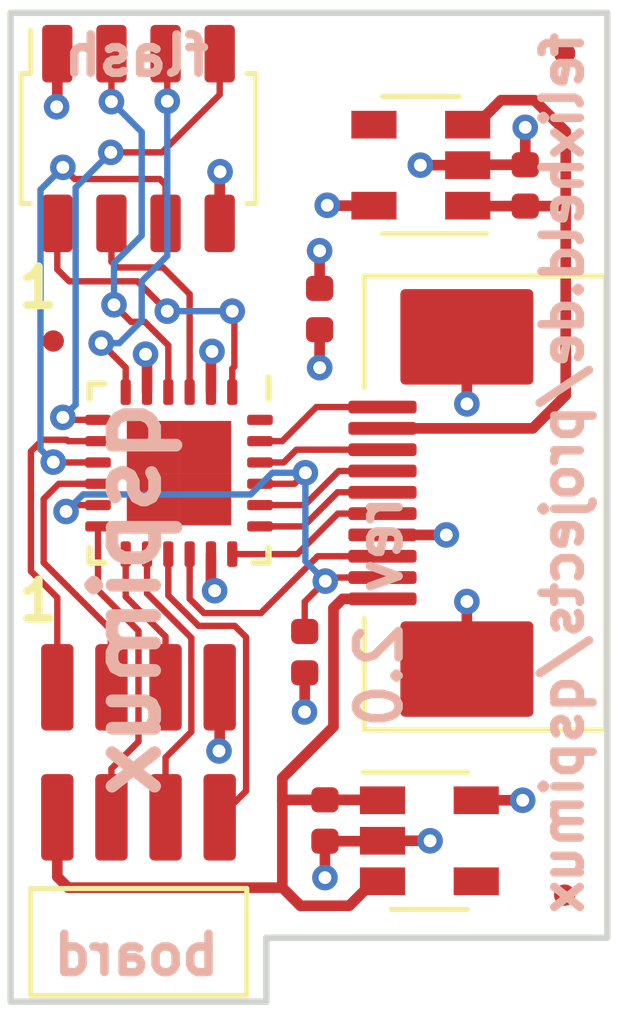
<source format=kicad_pcb>
(kicad_pcb (version 20190905) (host pcbnew "(5.99.0-204-g8c2ee6c02)")

  (general
    (thickness 1.6)
    (drawings 13)
    (tracks 230)
    (modules 13)
    (nets 24)
  )

  (page "A4")
  (layers
    (0 "F.Cu" signal)
    (1 "In1.Cu" signal)
    (2 "In2.Cu" signal)
    (31 "B.Cu" signal)
    (32 "B.Adhes" user)
    (33 "F.Adhes" user)
    (34 "B.Paste" user)
    (35 "F.Paste" user)
    (36 "B.SilkS" user)
    (37 "F.SilkS" user)
    (38 "B.Mask" user)
    (39 "F.Mask" user)
    (40 "Dwgs.User" user)
    (41 "Cmts.User" user)
    (42 "Eco1.User" user)
    (43 "Eco2.User" user)
    (44 "Edge.Cuts" user)
    (45 "Margin" user)
    (46 "B.CrtYd" user)
    (47 "F.CrtYd" user)
    (48 "B.Fab" user hide)
    (49 "F.Fab" user hide)
  )

  (setup
    (last_trace_width 0.15)
    (trace_clearance 0.15)
    (zone_clearance 0.15)
    (zone_45_only no)
    (trace_min 0.15)
    (via_size 0.6)
    (via_drill 0.3)
    (via_min_size 0.4)
    (via_min_drill 0.3)
    (uvia_size 0.3)
    (uvia_drill 0.1)
    (uvias_allowed no)
    (uvia_min_size 0.2)
    (uvia_min_drill 0.1)
    (max_error 0.005)
    (defaults
      (edge_clearance 0.01)
      (edge_cuts_line_width 0.15)
      (courtyard_line_width 0.05)
      (copper_line_width 0.2)
      (copper_text_dims (size 1.5 1.5) (thickness 0.3))
      (silk_line_width 0.15)
      (silk_text_dims (size 1 1) (thickness 0.15))
      (other_layers_line_width 0.1)
      (other_layers_text_dims (size 1 1) (thickness 0.15))
    )
    (pad_size 1.225 1.225)
    (pad_drill 0)
    (pad_to_mask_clearance 0.1)
    (aux_axis_origin 0 0)
    (visible_elements 7FFFFFFF)
    (pcbplotparams
      (layerselection 0x010fc_ffffffff)
      (usegerberextensions true)
      (usegerberattributes false)
      (usegerberadvancedattributes false)
      (creategerberjobfile false)
      (excludeedgelayer true)
      (linewidth 0.100000)
      (plotframeref false)
      (viasonmask false)
      (mode 1)
      (useauxorigin false)
      (hpglpennumber 1)
      (hpglpenspeed 20)
      (hpglpendiameter 15.000000)
      (psnegative false)
      (psa4output false)
      (plotreference true)
      (plotvalue true)
      (plotinvisibletext false)
      (padsonsilk false)
      (subtractmaskfromsilk false)
      (outputformat 1)
      (mirror false)
      (drillshape 0)
      (scaleselection 1)
      (outputdirectory "../gerber/qspimux2/")
    )
  )

  (net 0 "")
  (net 1 "GND")
  (net 2 "/~CS_PROG")
  (net 3 "/IO1_DO_PROG")
  (net 4 "/IO3_~HOLD_PROG")
  (net 5 "/IO2_~WP_PROG")
  (net 6 "/CLK_PROG")
  (net 7 "/IO0_DI_PROG")
  (net 8 "/MUX_SEL")
  (net 9 "/VCC_BOARD")
  (net 10 "/~CS_FLASH")
  (net 11 "/VCC_FLASH")
  (net 12 "/IO3_~HOLD_FLASH")
  (net 13 "/IO2_~WP_FLASH")
  (net 14 "/CLK_FLASH")
  (net 15 "/IO0_DI_FLASH")
  (net 16 "/~CS_BOARD")
  (net 17 "/IO3_~HOLD_BOARD")
  (net 18 "/IO2_~WP_BOARD")
  (net 19 "/CLK_BOARD")
  (net 20 "/IO0_DI_BOARD")
  (net 21 "/VCC_PROG")
  (net 22 "/IO1_DO_BOARD")
  (net 23 "/IO1_DO_FLASH")

  (net_class "Default" "This is the default net class."
    (clearance 0.15)
    (trace_width 0.15)
    (via_dia 0.6)
    (via_drill 0.3)
    (uvia_dia 0.3)
    (uvia_drill 0.1)
    (add_net "/CLK_BOARD")
    (add_net "/CLK_FLASH")
    (add_net "/CLK_PROG")
    (add_net "/IO0_DI_BOARD")
    (add_net "/IO0_DI_FLASH")
    (add_net "/IO0_DI_PROG")
    (add_net "/IO1_DO_BOARD")
    (add_net "/IO1_DO_FLASH")
    (add_net "/IO1_DO_PROG")
    (add_net "/IO2_~WP_BOARD")
    (add_net "/IO2_~WP_FLASH")
    (add_net "/IO2_~WP_PROG")
    (add_net "/IO3_~HOLD_BOARD")
    (add_net "/IO3_~HOLD_FLASH")
    (add_net "/IO3_~HOLD_PROG")
    (add_net "/MUX_SEL")
    (add_net "/~CS_BOARD")
    (add_net "/~CS_FLASH")
    (add_net "/~CS_PROG")
  )

  (net_class "power" ""
    (clearance 0.15)
    (trace_width 0.25)
    (via_dia 0.6)
    (via_drill 0.3)
    (uvia_dia 0.3)
    (uvia_drill 0.1)
    (add_net "/VCC_BOARD")
    (add_net "/VCC_FLASH")
    (add_net "/VCC_PROG")
    (add_net "GND")
  )

  (module "qspimux-footprints:CLP-104-02-F-DH" (layer "F.Cu") (tedit 5C8954D1) (tstamp 5C898939)
    (at 94.25 50.25 180)
    (path "/5B60D78F")
    (fp_text reference "J102" (at 0 -3.81 180) (layer "F.Fab")
      (effects (font (size 1 1) (thickness 0.15)))
    )
    (fp_text value "Conn_02x04_Odd_Even" (at 0 -5.08 180) (layer "F.Fab")
      (effects (font (size 1 1) (thickness 0.15)))
    )
    (fp_line (start 2.755 -1.525) (end 2.755 1.525) (layer "F.SilkS") (width 0.12))
    (fp_line (start -2.755 -1.525) (end -2.755 1.525) (layer "F.SilkS") (width 0.12))
    (fp_line (start -2.755 -1.525) (end -2.54 -1.525) (layer "F.SilkS") (width 0.12))
    (fp_line (start 2.755 -1.525) (end 2.54 -1.525) (layer "F.SilkS") (width 0.12))
    (fp_line (start -2.755 1.525) (end -2.54 1.525) (layer "F.SilkS") (width 0.12))
    (fp_line (start 2.755 1.525) (end 2.54 1.525) (layer "F.SilkS") (width 0.12))
    (fp_line (start 2.54 1.525) (end 2.54 2.54) (layer "F.SilkS") (width 0.12))
    (fp_line (start -3.048 2.921) (end 3.048 2.921) (layer "F.CrtYd") (width 0.05))
    (fp_line (start 3.048 2.921) (end 3.048 -2.921) (layer "F.CrtYd") (width 0.05))
    (fp_line (start 3.048 -2.921) (end -3.048 -2.921) (layer "F.CrtYd") (width 0.05))
    (fp_line (start -3.048 -2.921) (end -3.048 2.921) (layer "F.CrtYd") (width 0.05))
    (pad "1" smd roundrect (at 1.905 1.99 180) (size 0.711 1.35) (layers "F.Cu" "F.Paste" "F.Mask") (roundrect_rratio 0.15)
      (net 11 "/VCC_FLASH"))
    (pad "2" smd roundrect (at 1.905 -1.99 180) (size 0.711 1.35) (layers "F.Cu" "F.Paste" "F.Mask") (roundrect_rratio 0.15)
      (net 10 "/~CS_FLASH"))
    (pad "3" smd roundrect (at 0.635 1.99 180) (size 0.711 1.35) (layers "F.Cu" "F.Paste" "F.Mask") (roundrect_rratio 0.15)
      (net 12 "/IO3_~HOLD_FLASH"))
    (pad "4" smd roundrect (at 0.635 -1.99 180) (size 0.711 1.35) (layers "F.Cu" "F.Paste" "F.Mask") (roundrect_rratio 0.15)
      (net 23 "/IO1_DO_FLASH"))
    (pad "5" smd roundrect (at -0.635 1.99 180) (size 0.711 1.35) (layers "F.Cu" "F.Paste" "F.Mask") (roundrect_rratio 0.15)
      (net 14 "/CLK_FLASH"))
    (pad "6" smd roundrect (at -0.635 -1.99 180) (size 0.711 1.35) (layers "F.Cu" "F.Paste" "F.Mask") (roundrect_rratio 0.15)
      (net 13 "/IO2_~WP_FLASH"))
    (pad "7" smd roundrect (at -1.905 1.99 180) (size 0.711 1.35) (layers "F.Cu" "F.Paste" "F.Mask") (roundrect_rratio 0.15)
      (net 15 "/IO0_DI_FLASH"))
    (pad "8" smd roundrect (at -1.905 -1.99 180) (size 0.711 1.35) (layers "F.Cu" "F.Paste" "F.Mask") (roundrect_rratio 0.15)
      (net 1 "GND"))
  )

  (module "qspimux-footprints:FTSH-104-01-F-DH" (layer "F.Cu") (tedit 5C894E8F) (tstamp 5C897E89)
    (at 94.25 64.65 180)
    (path "/5B60D7DE")
    (fp_text reference "J103" (at 0 3.81 180) (layer "F.Fab")
      (effects (font (size 1 1) (thickness 0.15)))
    )
    (fp_text value "Conn_02x04_Odd_Even" (at 0 5.08 180) (layer "F.Fab")
      (effects (font (size 1 1) (thickness 0.15)))
    )
    (fp_line (start -2.794 -6.35) (end -2.794 3.048) (layer "F.CrtYd") (width 0.05))
    (fp_line (start 2.794 -6.35) (end -2.794 -6.35) (layer "F.CrtYd") (width 0.05))
    (fp_line (start 2.794 3.048) (end 2.794 -6.35) (layer "F.CrtYd") (width 0.05))
    (fp_line (start -2.794 3.048) (end 2.794 3.048) (layer "F.CrtYd") (width 0.05))
    (fp_line (start -2.54 -3.195) (end -2.54 -5.705) (layer "F.SilkS") (width 0.12))
    (fp_line (start 2.54 -3.195) (end -2.54 -3.195) (layer "F.SilkS") (width 0.12))
    (fp_line (start 2.54 -5.705) (end 2.54 -3.195) (layer "F.SilkS") (width 0.12))
    (fp_line (start -2.54 -5.705) (end 2.54 -5.705) (layer "F.SilkS") (width 0.12))
    (pad "8" smd roundrect (at -1.905 1.525 180) (size 0.76 2.03) (layers "F.Cu" "F.Paste" "F.Mask") (roundrect_rratio 0.15)
      (net 1 "GND"))
    (pad "7" smd roundrect (at -1.905 -1.525 180) (size 0.76 2.03) (layers "F.Cu" "F.Paste" "F.Mask") (roundrect_rratio 0.15)
      (net 20 "/IO0_DI_BOARD"))
    (pad "6" smd roundrect (at -0.635 1.525 180) (size 0.76 2.03) (layers "F.Cu" "F.Paste" "F.Mask") (roundrect_rratio 0.15)
      (net 18 "/IO2_~WP_BOARD"))
    (pad "5" smd roundrect (at -0.635 -1.525 180) (size 0.76 2.03) (layers "F.Cu" "F.Paste" "F.Mask") (roundrect_rratio 0.15)
      (net 19 "/CLK_BOARD"))
    (pad "4" smd roundrect (at 0.635 1.525 180) (size 0.76 2.03) (layers "F.Cu" "F.Paste" "F.Mask") (roundrect_rratio 0.15)
      (net 22 "/IO1_DO_BOARD"))
    (pad "3" smd roundrect (at 0.635 -1.525 180) (size 0.76 2.03) (layers "F.Cu" "F.Paste" "F.Mask") (roundrect_rratio 0.15)
      (net 17 "/IO3_~HOLD_BOARD"))
    (pad "2" smd roundrect (at 1.905 1.525 180) (size 0.76 2.03) (layers "F.Cu" "F.Paste" "F.Mask") (roundrect_rratio 0.15)
      (net 16 "/~CS_BOARD"))
    (pad "1" smd roundrect (at 1.905 -1.525 180) (size 0.76 2.03) (layers "F.Cu" "F.Paste" "F.Mask") (roundrect_rratio 0.15)
      (net 9 "/VCC_BOARD"))
  )

  (module "Fiducial:Fiducial_0.5mm_Dia_1mm_Outer" (layer "F.Cu") (tedit 5B7CC6DE) (tstamp 5C9080F0)
    (at 104.25 68)
    (descr "Circular Fiducial, 0.5mm bare copper top; 1mm keepout (Level C)")
    (tags "marker")
    (attr virtual)
    (fp_text reference "REF**" (at 0 -1.5) (layer "F.Fab")
      (effects (font (size 1 1) (thickness 0.15)))
    )
    (fp_text value "Fiducial_0.5mm_Dia_1mm_Outer" (at 0 1.5) (layer "F.Fab")
      (effects (font (size 1 1) (thickness 0.15)))
    )
    (fp_circle (center 0 0) (end 0.75 0) (layer "F.CrtYd") (width 0.05))
    (fp_text user "%R" (at 0 0) (layer "F.Fab")
      (effects (font (size 0.2 0.2) (thickness 0.04)))
    )
    (fp_circle (center 0 0) (end 0.5 0) (layer "F.Fab") (width 0.1))
    (pad "~" smd circle (at 0 0) (size 0.5 0.5) (layers "F.Cu" "F.Mask")
      (solder_mask_margin 0.25) (clearance 0.25))
  )

  (module "Resistor_SMD:R_0402_1005Metric" (layer "F.Cu") (tedit 5B6B3511) (tstamp 5B6B2FB1)
    (at 98.15 62.3 90)
    (descr "Resistor SMD 0402 (1005 Metric), square (rectangular) end terminal, IPC_7351 nominal, (Body size source: http://www.tortai-tech.com/upload/download/2011102023233369053.pdf), generated with kicad-footprint-generator")
    (tags "resistor")
    (path "/5B6B5372")
    (attr smd)
    (fp_text reference "R101" (at 0 -1.17 90) (layer "F.Fab")
      (effects (font (size 1 1) (thickness 0.15)))
    )
    (fp_text value "4k7" (at 0 1.17 90) (layer "F.Fab")
      (effects (font (size 1 1) (thickness 0.15)))
    )
    (fp_line (start -0.5 0.25) (end -0.5 -0.25) (layer "F.Fab") (width 0.1))
    (fp_line (start -0.5 -0.25) (end 0.5 -0.25) (layer "F.Fab") (width 0.1))
    (fp_line (start 0.5 -0.25) (end 0.5 0.25) (layer "F.Fab") (width 0.1))
    (fp_line (start 0.5 0.25) (end -0.5 0.25) (layer "F.Fab") (width 0.1))
    (fp_line (start -0.93 0.47) (end -0.93 -0.47) (layer "F.CrtYd") (width 0.05))
    (fp_line (start -0.93 -0.47) (end 0.93 -0.47) (layer "F.CrtYd") (width 0.05))
    (fp_line (start 0.93 -0.47) (end 0.93 0.47) (layer "F.CrtYd") (width 0.05))
    (fp_line (start 0.93 0.47) (end -0.93 0.47) (layer "F.CrtYd") (width 0.05))
    (fp_text user "%R" (at 0 0 90) (layer "F.Fab")
      (effects (font (size 0.25 0.25) (thickness 0.04)))
    )
    (pad "1" smd roundrect (at -0.485 0 90) (size 0.59 0.64) (layers "F.Cu" "F.Paste" "F.Mask") (roundrect_rratio 0.25)
      (net 11 "/VCC_FLASH"))
    (pad "2" smd roundrect (at 0.485 0 90) (size 0.59 0.64) (layers "F.Cu" "F.Paste" "F.Mask") (roundrect_rratio 0.25)
      (net 8 "/MUX_SEL"))
    (model "${KISYS3DMOD}/Resistor_SMD.3dshapes/R_0402_1005Metric.wrl"
      (at (xyz 0 0 0))
      (scale (xyz 1 1 1))
      (rotate (xyz 0 0 0))
    )
  )

  (module "Capacitor_SMD:C_0402_1005Metric" (layer "F.Cu") (tedit 5B6B3509) (tstamp 5B6B3BFF)
    (at 98.5 54.25 90)
    (descr "Capacitor SMD 0402 (1005 Metric), square (rectangular) end terminal, IPC_7351 nominal, (Body size source: http://www.tortai-tech.com/upload/download/2011102023233369053.pdf), generated with kicad-footprint-generator")
    (tags "capacitor")
    (path "/5B6EA565")
    (attr smd)
    (fp_text reference "C101" (at 0 -1.17 90) (layer "F.Fab")
      (effects (font (size 1 1) (thickness 0.15)))
    )
    (fp_text value "100n" (at 0 1.17 90) (layer "F.Fab")
      (effects (font (size 1 1) (thickness 0.15)))
    )
    (fp_line (start -0.5 0.25) (end -0.5 -0.25) (layer "F.Fab") (width 0.1))
    (fp_line (start -0.5 -0.25) (end 0.5 -0.25) (layer "F.Fab") (width 0.1))
    (fp_line (start 0.5 -0.25) (end 0.5 0.25) (layer "F.Fab") (width 0.1))
    (fp_line (start 0.5 0.25) (end -0.5 0.25) (layer "F.Fab") (width 0.1))
    (fp_line (start -0.93 0.47) (end -0.93 -0.47) (layer "F.CrtYd") (width 0.05))
    (fp_line (start -0.93 -0.47) (end 0.93 -0.47) (layer "F.CrtYd") (width 0.05))
    (fp_line (start 0.93 -0.47) (end 0.93 0.47) (layer "F.CrtYd") (width 0.05))
    (fp_line (start 0.93 0.47) (end -0.93 0.47) (layer "F.CrtYd") (width 0.05))
    (fp_text user "%R" (at 0 0 90) (layer "F.Fab")
      (effects (font (size 0.25 0.25) (thickness 0.04)))
    )
    (pad "1" smd roundrect (at -0.485 0 90) (size 0.59 0.64) (layers "F.Cu" "F.Paste" "F.Mask") (roundrect_rratio 0.25)
      (net 11 "/VCC_FLASH"))
    (pad "2" smd roundrect (at 0.485 0 90) (size 0.59 0.64) (layers "F.Cu" "F.Paste" "F.Mask") (roundrect_rratio 0.25)
      (net 1 "GND"))
    (model "${KISYS3DMOD}/Capacitor_SMD.3dshapes/C_0402_1005Metric.wrl"
      (at (xyz 0 0 0))
      (scale (xyz 1 1 1))
      (rotate (xyz 0 0 0))
    )
  )

  (module "Package_TO_SOT_SMD:SOT-23-5" (layer "F.Cu") (tedit 5B77C24F) (tstamp 5C905D87)
    (at 101.075 66.725)
    (descr "5-pin SOT23 package")
    (tags "SOT-23-5")
    (path "/5B781CF7")
    (attr smd)
    (fp_text reference "U102" (at 0 -2.9) (layer "F.Fab")
      (effects (font (size 1 1) (thickness 0.15)))
    )
    (fp_text value "MAX40200AUK" (at 0 2.9) (layer "F.Fab")
      (effects (font (size 1 1) (thickness 0.15)))
    )
    (fp_text user "%R" (at 0 0 90) (layer "F.Fab")
      (effects (font (size 0.5 0.5) (thickness 0.075)))
    )
    (fp_line (start -0.9 1.61) (end 0.9 1.61) (layer "F.SilkS") (width 0.12))
    (fp_line (start 0.9 -1.61) (end -1.55 -1.61) (layer "F.SilkS") (width 0.12))
    (fp_line (start -1.9 -1.8) (end 1.9 -1.8) (layer "F.CrtYd") (width 0.05))
    (fp_line (start 1.9 -1.8) (end 1.9 1.8) (layer "F.CrtYd") (width 0.05))
    (fp_line (start 1.9 1.8) (end -1.9 1.8) (layer "F.CrtYd") (width 0.05))
    (fp_line (start -1.9 1.8) (end -1.9 -1.8) (layer "F.CrtYd") (width 0.05))
    (fp_line (start -0.9 -0.9) (end -0.25 -1.55) (layer "F.Fab") (width 0.1))
    (fp_line (start 0.9 -1.55) (end -0.25 -1.55) (layer "F.Fab") (width 0.1))
    (fp_line (start -0.9 -0.9) (end -0.9 1.55) (layer "F.Fab") (width 0.1))
    (fp_line (start 0.9 1.55) (end -0.9 1.55) (layer "F.Fab") (width 0.1))
    (fp_line (start 0.9 -1.55) (end 0.9 1.55) (layer "F.Fab") (width 0.1))
    (pad "1" smd rect (at -1.1 -0.95) (size 1.06 0.65) (layers "F.Cu" "F.Paste" "F.Mask")
      (net 9 "/VCC_BOARD"))
    (pad "2" smd rect (at -1.1 0) (size 1.06 0.65) (layers "F.Cu" "F.Paste" "F.Mask")
      (net 1 "GND"))
    (pad "3" smd rect (at -1.1 0.95) (size 1.06 0.65) (layers "F.Cu" "F.Paste" "F.Mask")
      (net 9 "/VCC_BOARD"))
    (pad "4" smd rect (at 1.1 0.95) (size 1.06 0.65) (layers "F.Cu" "F.Paste" "F.Mask"))
    (pad "5" smd rect (at 1.1 -0.95) (size 1.06 0.65) (layers "F.Cu" "F.Paste" "F.Mask")
      (net 11 "/VCC_FLASH"))
    (model "${KISYS3DMOD}/Package_TO_SOT_SMD.3dshapes/SOT-23-5.wrl"
      (at (xyz 0 0 0))
      (scale (xyz 1 1 1))
      (rotate (xyz 0 0 0))
    )
  )

  (module "Package_TO_SOT_SMD:SOT-23-5" (layer "F.Cu") (tedit 5B77C255) (tstamp 5C9062E6)
    (at 100.875 50.875 180)
    (descr "5-pin SOT23 package")
    (tags "SOT-23-5")
    (path "/5B781D59")
    (attr smd)
    (fp_text reference "U103" (at 0 -2.9 180) (layer "F.Fab")
      (effects (font (size 1 1) (thickness 0.15)))
    )
    (fp_text value "MAX40200AUK" (at 0 2.9 180) (layer "F.Fab")
      (effects (font (size 1 1) (thickness 0.15)))
    )
    (fp_line (start 0.9 -1.55) (end 0.9 1.55) (layer "F.Fab") (width 0.1))
    (fp_line (start 0.9 1.55) (end -0.9 1.55) (layer "F.Fab") (width 0.1))
    (fp_line (start -0.9 -0.9) (end -0.9 1.55) (layer "F.Fab") (width 0.1))
    (fp_line (start 0.9 -1.55) (end -0.25 -1.55) (layer "F.Fab") (width 0.1))
    (fp_line (start -0.9 -0.9) (end -0.25 -1.55) (layer "F.Fab") (width 0.1))
    (fp_line (start -1.9 1.8) (end -1.9 -1.8) (layer "F.CrtYd") (width 0.05))
    (fp_line (start 1.9 1.8) (end -1.9 1.8) (layer "F.CrtYd") (width 0.05))
    (fp_line (start 1.9 -1.8) (end 1.9 1.8) (layer "F.CrtYd") (width 0.05))
    (fp_line (start -1.9 -1.8) (end 1.9 -1.8) (layer "F.CrtYd") (width 0.05))
    (fp_line (start 0.9 -1.61) (end -1.55 -1.61) (layer "F.SilkS") (width 0.12))
    (fp_line (start -0.9 1.61) (end 0.9 1.61) (layer "F.SilkS") (width 0.12))
    (fp_text user "%R" (at 0 0 270) (layer "F.Fab")
      (effects (font (size 0.5 0.5) (thickness 0.075)))
    )
    (pad "5" smd rect (at 1.1 -0.95 180) (size 1.06 0.65) (layers "F.Cu" "F.Paste" "F.Mask")
      (net 11 "/VCC_FLASH"))
    (pad "4" smd rect (at 1.1 0.95 180) (size 1.06 0.65) (layers "F.Cu" "F.Paste" "F.Mask"))
    (pad "3" smd rect (at -1.1 0.95 180) (size 1.06 0.65) (layers "F.Cu" "F.Paste" "F.Mask")
      (net 21 "/VCC_PROG"))
    (pad "2" smd rect (at -1.1 0 180) (size 1.06 0.65) (layers "F.Cu" "F.Paste" "F.Mask")
      (net 1 "GND"))
    (pad "1" smd rect (at -1.1 -0.95 180) (size 1.06 0.65) (layers "F.Cu" "F.Paste" "F.Mask")
      (net 21 "/VCC_PROG"))
    (model "${KISYS3DMOD}/Package_TO_SOT_SMD.3dshapes/SOT-23-5.wrl"
      (at (xyz 0 0 0))
      (scale (xyz 1 1 1))
      (rotate (xyz 0 0 0))
    )
  )

  (module "Capacitor_SMD:C_0402_1005Metric" (layer "F.Cu") (tedit 5B77C3C4) (tstamp 5C905D57)
    (at 98.625 66.25 -90)
    (descr "Capacitor SMD 0402 (1005 Metric), square (rectangular) end terminal, IPC_7351 nominal, (Body size source: http://www.tortai-tech.com/upload/download/2011102023233369053.pdf), generated with kicad-footprint-generator")
    (tags "capacitor")
    (path "/5B7C2CDA")
    (attr smd)
    (fp_text reference "C102" (at 0 -1.17 -90) (layer "F.Fab")
      (effects (font (size 1 1) (thickness 0.15)))
    )
    (fp_text value "100n" (at 0 1.17 -90) (layer "F.Fab")
      (effects (font (size 1 1) (thickness 0.15)))
    )
    (fp_text user "%R" (at 0 0 -90) (layer "F.Fab")
      (effects (font (size 0.25 0.25) (thickness 0.04)))
    )
    (fp_line (start 0.93 0.47) (end -0.93 0.47) (layer "F.CrtYd") (width 0.05))
    (fp_line (start 0.93 -0.47) (end 0.93 0.47) (layer "F.CrtYd") (width 0.05))
    (fp_line (start -0.93 -0.47) (end 0.93 -0.47) (layer "F.CrtYd") (width 0.05))
    (fp_line (start -0.93 0.47) (end -0.93 -0.47) (layer "F.CrtYd") (width 0.05))
    (fp_line (start 0.5 0.25) (end -0.5 0.25) (layer "F.Fab") (width 0.1))
    (fp_line (start 0.5 -0.25) (end 0.5 0.25) (layer "F.Fab") (width 0.1))
    (fp_line (start -0.5 -0.25) (end 0.5 -0.25) (layer "F.Fab") (width 0.1))
    (fp_line (start -0.5 0.25) (end -0.5 -0.25) (layer "F.Fab") (width 0.1))
    (pad "2" smd roundrect (at 0.485 0 270) (size 0.59 0.64) (layers "F.Cu" "F.Paste" "F.Mask") (roundrect_rratio 0.25)
      (net 1 "GND"))
    (pad "1" smd roundrect (at -0.485 0 270) (size 0.59 0.64) (layers "F.Cu" "F.Paste" "F.Mask") (roundrect_rratio 0.25)
      (net 9 "/VCC_BOARD"))
    (model "${KISYS3DMOD}/Capacitor_SMD.3dshapes/C_0402_1005Metric.wrl"
      (at (xyz 0 0 0))
      (scale (xyz 1 1 1))
      (rotate (xyz 0 0 0))
    )
  )

  (module "Capacitor_SMD:C_0402_1005Metric" (layer "F.Cu") (tedit 5B77C3C9) (tstamp 5C9062B6)
    (at 103.325 51.35 90)
    (descr "Capacitor SMD 0402 (1005 Metric), square (rectangular) end terminal, IPC_7351 nominal, (Body size source: http://www.tortai-tech.com/upload/download/2011102023233369053.pdf), generated with kicad-footprint-generator")
    (tags "capacitor")
    (path "/5B7BD066")
    (attr smd)
    (fp_text reference "C103" (at 0 -1.17 90) (layer "F.Fab")
      (effects (font (size 1 1) (thickness 0.15)))
    )
    (fp_text value "100n" (at 0 1.17 90) (layer "F.Fab")
      (effects (font (size 1 1) (thickness 0.15)))
    )
    (fp_line (start -0.5 0.25) (end -0.5 -0.25) (layer "F.Fab") (width 0.1))
    (fp_line (start -0.5 -0.25) (end 0.5 -0.25) (layer "F.Fab") (width 0.1))
    (fp_line (start 0.5 -0.25) (end 0.5 0.25) (layer "F.Fab") (width 0.1))
    (fp_line (start 0.5 0.25) (end -0.5 0.25) (layer "F.Fab") (width 0.1))
    (fp_line (start -0.93 0.47) (end -0.93 -0.47) (layer "F.CrtYd") (width 0.05))
    (fp_line (start -0.93 -0.47) (end 0.93 -0.47) (layer "F.CrtYd") (width 0.05))
    (fp_line (start 0.93 -0.47) (end 0.93 0.47) (layer "F.CrtYd") (width 0.05))
    (fp_line (start 0.93 0.47) (end -0.93 0.47) (layer "F.CrtYd") (width 0.05))
    (fp_text user "%R" (at 0 0 90) (layer "F.Fab")
      (effects (font (size 0.25 0.25) (thickness 0.04)))
    )
    (pad "1" smd roundrect (at -0.485 0 90) (size 0.59 0.64) (layers "F.Cu" "F.Paste" "F.Mask") (roundrect_rratio 0.25)
      (net 21 "/VCC_PROG"))
    (pad "2" smd roundrect (at 0.485 0 90) (size 0.59 0.64) (layers "F.Cu" "F.Paste" "F.Mask") (roundrect_rratio 0.25)
      (net 1 "GND"))
    (model "${KISYS3DMOD}/Capacitor_SMD.3dshapes/C_0402_1005Metric.wrl"
      (at (xyz 0 0 0))
      (scale (xyz 1 1 1))
      (rotate (xyz 0 0 0))
    )
  )

  (module "Fiducial:Fiducial_0.5mm_Dia_1mm_Outer" (layer "F.Cu") (tedit 5B7CC6E3) (tstamp 5B7D5492)
    (at 104.25 48.25)
    (descr "Circular Fiducial, 0.5mm bare copper top; 1mm keepout (Level C)")
    (tags "marker")
    (attr virtual)
    (fp_text reference "REF**" (at 0 -1.5) (layer "F.Fab")
      (effects (font (size 1 1) (thickness 0.15)))
    )
    (fp_text value "Fiducial_0.5mm_Dia_1mm_Outer" (at 0 1.5) (layer "F.Fab")
      (effects (font (size 1 1) (thickness 0.15)))
    )
    (fp_circle (center 0 0) (end 0.75 0) (layer "F.CrtYd") (width 0.05))
    (fp_text user "%R" (at 0 0) (layer "F.Fab")
      (effects (font (size 0.2 0.2) (thickness 0.04)))
    )
    (fp_circle (center 0 0) (end 0.5 0) (layer "F.Fab") (width 0.1))
    (pad "~" smd circle (at 0 0) (size 0.5 0.5) (layers "F.Cu" "F.Mask")
      (solder_mask_margin 0.25) (clearance 0.25))
  )

  (module "Fiducial:Fiducial_0.5mm_Dia_1mm_Outer" (layer "F.Cu") (tedit 5B7CC6D9) (tstamp 5C9CF3CE)
    (at 92.25 55)
    (descr "Circular Fiducial, 0.5mm bare copper top; 1mm keepout (Level C)")
    (tags "marker")
    (attr virtual)
    (fp_text reference "REF**" (at 0 -1.5) (layer "F.Fab")
      (effects (font (size 1 1) (thickness 0.15)))
    )
    (fp_text value "Fiducial_0.5mm_Dia_1mm_Outer" (at 0 1.5) (layer "F.Fab")
      (effects (font (size 1 1) (thickness 0.15)))
    )
    (fp_circle (center 0 0) (end 0.5 0) (layer "F.Fab") (width 0.1))
    (fp_text user "%R" (at 0 0) (layer "F.Fab")
      (effects (font (size 0.2 0.2) (thickness 0.04)))
    )
    (fp_circle (center 0 0) (end 0.75 0) (layer "F.CrtYd") (width 0.05))
    (pad "~" smd circle (at 0 0) (size 0.5 0.5) (layers "F.Cu" "F.Mask")
      (solder_mask_margin 0.25) (clearance 0.25))
  )

  (module "qspimux-footprints:QFN-24_1EP_3.9x3.9mm_Pitch0.5mm" (layer "F.Cu") (tedit 5B7CC4BA) (tstamp 5C86A88F)
    (at 95.2 58.1 -90)
    (path "/5B4D25B2")
    (attr smd)
    (fp_text reference "U101" (at 0 -3.2 -90) (layer "F.Fab")
      (effects (font (size 1 1) (thickness 0.15)))
    )
    (fp_text value "TS3A27518ERTWR" (at 0 3.2 -90) (layer "F.Fab")
      (effects (font (size 1 1) (thickness 0.15)))
    )
    (fp_line (start -0.95 -1.95) (end -1.95 -0.95) (layer "F.Fab") (width 0.15))
    (fp_line (start -1.95 -0.95) (end -1.95 1.95) (layer "F.Fab") (width 0.15))
    (fp_line (start -1.95 1.95) (end 1.95 1.95) (layer "F.Fab") (width 0.15))
    (fp_line (start 1.95 1.95) (end 1.95 -1.95) (layer "F.Fab") (width 0.15))
    (fp_line (start 1.95 -1.95) (end -0.95 -1.95) (layer "F.Fab") (width 0.15))
    (fp_line (start 1.75 -2.1) (end 2.1 -2.1) (layer "F.SilkS") (width 0.15))
    (fp_line (start 2.1 -2.1) (end 2.1 -1.75) (layer "F.SilkS") (width 0.15))
    (fp_line (start 1.75 2.1) (end 2.1 2.1) (layer "F.SilkS") (width 0.15))
    (fp_line (start 2.1 2.1) (end 2.1 1.75) (layer "F.SilkS") (width 0.15))
    (fp_line (start -1.75 2.1) (end -2.1 2.1) (layer "F.SilkS") (width 0.15))
    (fp_line (start -2.1 2.1) (end -2.1 1.75) (layer "F.SilkS") (width 0.15))
    (fp_line (start -1.75 -2.1) (end -2.25 -2.1) (layer "F.SilkS") (width 0.15))
    (fp_line (start -2.5 -2.5) (end 2.5 -2.5) (layer "F.CrtYd") (width 0.05))
    (fp_line (start 2.5 -2.5) (end 2.5 2.5) (layer "F.CrtYd") (width 0.05))
    (fp_line (start 2.5 2.5) (end -2.5 2.5) (layer "F.CrtYd") (width 0.05))
    (fp_line (start -2.5 2.5) (end -2.5 -2.5) (layer "F.CrtYd") (width 0.05))
    (pad "1" smd roundrect (at -1.9 -1.25) (size 0.24 0.6) (layers "F.Cu" "F.Paste" "F.Mask") (roundrect_rratio 0.25)
      (net 10 "/~CS_FLASH"))
    (pad "2" smd roundrect (at -1.9 -0.75) (size 0.24 0.6) (layers "F.Cu" "F.Paste" "F.Mask") (roundrect_rratio 0.25)
      (net 1 "GND"))
    (pad "3" smd roundrect (at -1.9 -0.25) (size 0.24 0.6) (layers "F.Cu" "F.Paste" "F.Mask") (roundrect_rratio 0.25)
      (net 23 "/IO1_DO_FLASH"))
    (pad "4" smd roundrect (at -1.9 0.25) (size 0.24 0.6) (layers "F.Cu" "F.Paste" "F.Mask") (roundrect_rratio 0.25)
      (net 12 "/IO3_~HOLD_FLASH"))
    (pad "5" smd roundrect (at -1.9 0.75) (size 0.24 0.6) (layers "F.Cu" "F.Paste" "F.Mask") (roundrect_rratio 0.25)
      (net 11 "/VCC_FLASH"))
    (pad "6" smd roundrect (at -1.9 1.25) (size 0.24 0.6) (layers "F.Cu" "F.Paste" "F.Mask") (roundrect_rratio 0.25)
      (net 14 "/CLK_FLASH"))
    (pad "7" smd roundrect (at -1.25 1.9 270) (size 0.24 0.6) (layers "F.Cu" "F.Paste" "F.Mask") (roundrect_rratio 0.25)
      (net 15 "/IO0_DI_FLASH"))
    (pad "8" smd roundrect (at -0.75 1.9 270) (size 0.24 0.6) (layers "F.Cu" "F.Paste" "F.Mask") (roundrect_rratio 0.25)
      (net 16 "/~CS_BOARD"))
    (pad "9" smd roundrect (at -0.25 1.9 270) (size 0.24 0.6) (layers "F.Cu" "F.Paste" "F.Mask") (roundrect_rratio 0.25)
      (net 13 "/IO2_~WP_FLASH"))
    (pad "10" smd roundrect (at 0.25 1.9 270) (size 0.24 0.6) (layers "F.Cu" "F.Paste" "F.Mask") (roundrect_rratio 0.25)
      (net 22 "/IO1_DO_BOARD"))
    (pad "11" smd roundrect (at 0.75 1.9 270) (size 0.24 0.6) (layers "F.Cu" "F.Paste" "F.Mask") (roundrect_rratio 0.25)
      (net 8 "/MUX_SEL"))
    (pad "12" smd roundrect (at 1.25 1.9 270) (size 0.24 0.6) (layers "F.Cu" "F.Paste" "F.Mask") (roundrect_rratio 0.25)
      (net 17 "/IO3_~HOLD_BOARD"))
    (pad "13" smd roundrect (at 1.9 1.25) (size 0.24 0.6) (layers "F.Cu" "F.Paste" "F.Mask") (roundrect_rratio 0.25)
      (net 18 "/IO2_~WP_BOARD"))
    (pad "14" smd roundrect (at 1.9 0.75) (size 0.24 0.6) (layers "F.Cu" "F.Paste" "F.Mask") (roundrect_rratio 0.25)
      (net 19 "/CLK_BOARD"))
    (pad "15" smd roundrect (at 1.9 0.25) (size 0.24 0.6) (layers "F.Cu" "F.Paste" "F.Mask") (roundrect_rratio 0.25)
      (net 20 "/IO0_DI_BOARD"))
    (pad "16" smd roundrect (at 1.9 -0.25) (size 0.24 0.6) (layers "F.Cu" "F.Paste" "F.Mask") (roundrect_rratio 0.25)
      (net 7 "/IO0_DI_PROG"))
    (pad "17" smd roundrect (at 1.9 -0.75) (size 0.24 0.6) (layers "F.Cu" "F.Paste" "F.Mask") (roundrect_rratio 0.25)
      (net 1 "GND"))
    (pad "18" smd roundrect (at 1.9 -1.25) (size 0.24 0.6) (layers "F.Cu" "F.Paste" "F.Mask") (roundrect_rratio 0.25)
      (net 6 "/CLK_PROG"))
    (pad "19" smd roundrect (at 1.25 -1.9 270) (size 0.24 0.6) (layers "F.Cu" "F.Paste" "F.Mask") (roundrect_rratio 0.25)
      (net 5 "/IO2_~WP_PROG"))
    (pad "20" smd roundrect (at 0.75 -1.9 270) (size 0.24 0.6) (layers "F.Cu" "F.Paste" "F.Mask") (roundrect_rratio 0.25)
      (net 4 "/IO3_~HOLD_PROG"))
    (pad "21" smd roundrect (at 0.25 -1.9 270) (size 0.24 0.6) (layers "F.Cu" "F.Paste" "F.Mask") (roundrect_rratio 0.25)
      (net 8 "/MUX_SEL"))
    (pad "22" smd roundrect (at -0.25 -1.9 270) (size 0.24 0.6) (layers "F.Cu" "F.Paste" "F.Mask") (roundrect_rratio 0.25)
      (net 3 "/IO1_DO_PROG"))
    (pad "23" smd roundrect (at -0.75 -1.9 270) (size 0.24 0.6) (layers "F.Cu" "F.Paste" "F.Mask") (roundrect_rratio 0.25)
      (net 2 "/~CS_PROG"))
    (pad "24" smd roundrect (at -1.25 -1.9 270) (size 0.24 0.6) (layers "F.Cu" "F.Paste" "F.Mask") (roundrect_rratio 0.25))
    (pad "25" smd rect (at -0.6125 -0.6125 270) (size 1.225 1.225) (layers "F.Cu" "F.Paste" "F.Mask")
      (solder_paste_margin -0.1))
    (pad "25" smd rect (at -0.6125 0.6125 270) (size 1.225 1.225) (layers "F.Cu" "F.Paste" "F.Mask")
      (solder_paste_margin -0.1))
    (pad "25" smd rect (at 0.6125 -0.6125 270) (size 1.225 1.225) (layers "F.Cu" "F.Paste" "F.Mask")
      (solder_paste_margin -0.1))
    (pad "25" smd rect (at 0.6125 0.6125 270) (size 1.225 1.225) (layers "F.Cu" "F.Paste" "F.Mask")
      (solder_paste_margin -0.1))
  )

  (module "qspimux-footprints:ZF5S-10-01-T-WT" (layer "F.Cu") (tedit 5C8FD92E) (tstamp 5C902AD8)
    (at 99.975 58.8 90)
    (path "/5C8FF89B")
    (fp_text reference "J101" (at 0 6.2 90) (layer "F.Fab")
      (effects (font (size 1 1) (thickness 0.15)))
    )
    (fp_text value "Conn_01x10_MountingPin" (at 0 7.7 90) (layer "F.Fab")
      (effects (font (size 1 1) (thickness 0.15)))
    )
    (fp_line (start -2.7 -0.43) (end -5.325 -0.43) (layer "F.SilkS") (width 0.12))
    (fp_line (start -5.325 -0.43) (end -5.325 5.23) (layer "F.SilkS") (width 0.12))
    (fp_line (start -5.325 5.23) (end 5.325 5.23) (layer "F.SilkS") (width 0.12))
    (fp_line (start 5.325 5.23) (end 5.325 -0.43) (layer "F.SilkS") (width 0.12))
    (fp_line (start 5.325 -0.43) (end 2.7 -0.43) (layer "F.SilkS") (width 0.12))
    (pad "1" smd roundrect (at -2.25 0 90) (size 0.3 1.6) (layers "F.Cu" "F.Paste" "F.Mask") (roundrect_rratio 0.25)
      (net 9 "/VCC_BOARD"))
    (pad "2" smd roundrect (at -1.75 0 90) (size 0.3 1.6) (layers "F.Cu" "F.Paste" "F.Mask") (roundrect_rratio 0.25)
      (net 8 "/MUX_SEL"))
    (pad "3" smd roundrect (at -1.25 0 90) (size 0.3 1.6) (layers "F.Cu" "F.Paste" "F.Mask") (roundrect_rratio 0.25)
      (net 7 "/IO0_DI_PROG"))
    (pad "4" smd roundrect (at -0.75 0 90) (size 0.3 1.6) (layers "F.Cu" "F.Paste" "F.Mask") (roundrect_rratio 0.25)
      (net 1 "GND"))
    (pad "5" smd roundrect (at -0.25 0 90) (size 0.3 1.6) (layers "F.Cu" "F.Paste" "F.Mask") (roundrect_rratio 0.25)
      (net 6 "/CLK_PROG"))
    (pad "6" smd roundrect (at 0.25 0 90) (size 0.3 1.6) (layers "F.Cu" "F.Paste" "F.Mask") (roundrect_rratio 0.25)
      (net 5 "/IO2_~WP_PROG"))
    (pad "7" smd roundrect (at 0.75 0 90) (size 0.3 1.6) (layers "F.Cu" "F.Paste" "F.Mask") (roundrect_rratio 0.25)
      (net 4 "/IO3_~HOLD_PROG"))
    (pad "8" smd roundrect (at 1.25 0 90) (size 0.3 1.6) (layers "F.Cu" "F.Paste" "F.Mask") (roundrect_rratio 0.25)
      (net 3 "/IO1_DO_PROG"))
    (pad "9" smd roundrect (at 1.75 0 90) (size 0.3 1.6) (layers "F.Cu" "F.Paste" "F.Mask") (roundrect_rratio 0.25)
      (net 21 "/VCC_PROG"))
    (pad "10" smd roundrect (at 2.25 0 90) (size 0.3 1.6) (layers "F.Cu" "F.Paste" "F.Mask") (roundrect_rratio 0.25)
      (net 2 "/~CS_PROG"))
    (pad "MP" smd roundrect (at -3.897 1.98 90) (size 2.24 3.12) (layers "F.Cu" "F.Paste" "F.Mask") (roundrect_rratio 0.05)
      (net 1 "GND"))
    (pad "MP" smd roundrect (at 3.897 1.98 90) (size 2.24 3.12) (layers "F.Cu" "F.Paste" "F.Mask") (roundrect_rratio 0.05)
      (net 1 "GND"))
  )

  (gr_text "board" (at 94.2 69.4) (layer "B.SilkS") (tstamp 5C9CF06C)
    (effects (font (size 0.9 0.9) (thickness 0.2)) (justify mirror))
  )
  (gr_line (start 97.25 70.5) (end 91.25 70.5) (layer "Edge.Cuts") (width 0.15))
  (gr_line (start 97.25 69) (end 97.25 70.5) (layer "Edge.Cuts") (width 0.15))
  (gr_line (start 105.25 69) (end 97.25 69) (layer "Edge.Cuts") (width 0.15))
  (gr_text "flash" (at 94.2 48.3) (layer "B.SilkS") (tstamp 5C908F22)
    (effects (font (size 0.9 0.9) (thickness 0.2)) (justify mirror))
  )
  (gr_line (start 91.25 70.5) (end 91.25 47.3) (layer "Edge.Cuts") (width 0.15) (tstamp 5C90810F))
  (gr_line (start 105.25 47.3) (end 105.25 69) (layer "Edge.Cuts") (width 0.15))
  (gr_line (start 91.25 47.3) (end 105.25 47.3) (layer "Edge.Cuts") (width 0.15))
  (gr_text "1" (at 91.9 61.1) (layer "F.SilkS") (tstamp 5B7CA607)
    (effects (font (size 0.9 0.9) (thickness 0.2)))
  )
  (gr_text "1" (at 91.9 53.75) (layer "F.SilkS")
    (effects (font (size 0.9 0.9) (thickness 0.2)))
  )
  (gr_text "rev 2.0" (at 99.9 61.35 90) (layer "B.SilkS") (tstamp 5B77C84E)
    (effects (font (size 1 1) (thickness 0.2)) (justify mirror))
  )
  (gr_text "felixheld.de/projects/qspimux" (at 104.2 58.1 90) (layer "B.SilkS")
    (effects (font (size 0.9 0.9) (thickness 0.2)) (justify mirror))
  )
  (gr_text "qspimux" (at 93.95 61.05 90) (layer "B.SilkS")
    (effects (font (size 1.5 1.5) (thickness 0.3)) (justify mirror))
  )

  (segment (start 101.955 61.113) (end 101.9556 61.1124) (width 0.25) (layer "F.Cu") (net 1))
  (segment (start 101.955 62.697) (end 101.955 61.113) (width 0.25) (layer "F.Cu") (net 1))
  (via (at 101.9556 61.1124) (size 0.6) (drill 0.3) (layers "F.Cu" "B.Cu") (net 1))
  (segment (start 101.955 56.4744) (end 101.9556 56.475) (width 0.25) (layer "F.Cu") (net 1))
  (segment (start 101.955 54.903) (end 101.955 56.4744) (width 0.25) (layer "F.Cu") (net 1))
  (via (at 101.9556 56.475) (size 0.6) (drill 0.3) (layers "F.Cu" "B.Cu") (net 1))
  (segment (start 96.155 64.6016) (end 96.139 64.6176) (width 0.25) (layer "F.Cu") (net 1))
  (segment (start 96.155 63.125) (end 96.155 64.6016) (width 0.25) (layer "F.Cu") (net 1))
  (via (at 96.139 64.6176) (size 0.6) (drill 0.3) (layers "F.Cu" "B.Cu") (net 1))
  (segment (start 103.325 50.865) (end 103.325 49.9872) (width 0.25) (layer "F.Cu") (net 1))
  (segment (start 101.975 49.925) (end 102.18 49.925) (width 0.25) (layer "F.Cu") (net 21))
  (segment (start 102.18 49.925) (end 102.755 49.35) (width 0.25) (layer "F.Cu") (net 21))
  (segment (start 102.755 49.35) (end 103.538804 49.35) (width 0.25) (layer "F.Cu") (net 21))
  (segment (start 104.275 50.086196) (end 104.275 51.875) (width 0.25) (layer "F.Cu") (net 21))
  (segment (start 103.538804 49.35) (end 104.275 50.086196) (width 0.25) (layer "F.Cu") (net 21))
  (via (at 103.325 49.9872) (size 0.6) (drill 0.3) (layers "F.Cu" "B.Cu") (net 1))
  (segment (start 98.5 53.765) (end 98.5 52.8828) (width 0.25) (layer "F.Cu") (net 1))
  (via (at 98.5 52.8828) (size 0.6) (drill 0.3) (layers "F.Cu" "B.Cu") (net 1))
  (segment (start 98.5 54.735) (end 98.5 55.6248) (width 0.25) (layer "F.Cu") (net 11))
  (segment (start 98.5 55.6248) (end 98.5012 55.626) (width 0.25) (layer "F.Cu") (net 11))
  (via (at 98.5012 55.626) (size 0.6) (drill 0.3) (layers "F.Cu" "B.Cu") (net 11))
  (segment (start 98.15 62.785) (end 98.15 63.6988) (width 0.25) (layer "F.Cu") (net 11))
  (segment (start 98.15 63.6988) (end 98.1456 63.7032) (width 0.25) (layer "F.Cu") (net 11))
  (via (at 98.1456 63.7032) (size 0.6) (drill 0.3) (layers "F.Cu" "B.Cu") (net 11))
  (segment (start 92.345 48.26) (end 92.345 49.4886) (width 0.25) (layer "F.Cu") (net 11))
  (segment (start 92.345 49.4886) (end 92.329 49.5046) (width 0.25) (layer "F.Cu") (net 11))
  (via (at 92.329 49.5046) (size 0.6) (drill 0.3) (layers "F.Cu" "B.Cu") (net 11))
  (segment (start 99.775 51.825) (end 98.688 51.825) (width 0.25) (layer "F.Cu") (net 11))
  (segment (start 98.688 51.825) (end 98.679 51.816) (width 0.25) (layer "F.Cu") (net 11))
  (via (at 98.679 51.816) (size 0.6) (drill 0.3) (layers "F.Cu" "B.Cu") (net 11))
  (segment (start 102.175 65.775) (end 102.955001 65.774999) (width 0.25) (layer "F.Cu") (net 11))
  (segment (start 102.955001 65.774999) (end 103.265399 65.774999) (width 0.25) (layer "F.Cu") (net 11))
  (via (at 103.265399 65.774999) (size 0.6) (drill 0.3) (layers "F.Cu" "B.Cu") (net 11))
  (segment (start 99.195 68.25) (end 98.05 68.25) (width 0.25) (layer "F.Cu") (net 9))
  (segment (start 98.05 68.25) (end 97.625 67.825) (width 0.25) (layer "F.Cu") (net 9))
  (segment (start 99.77 67.675) (end 99.195 68.25) (width 0.25) (layer "F.Cu") (net 9))
  (segment (start 99.975 67.675) (end 99.77 67.675) (width 0.25) (layer "F.Cu") (net 9))
  (segment (start 98.625 66.735) (end 98.625 67.5894) (width 0.25) (layer "F.Cu") (net 1))
  (via (at 98.625 67.5894) (size 0.6) (drill 0.3) (layers "F.Cu" "B.Cu") (net 1))
  (segment (start 99.975 66.725) (end 101.0912 66.725) (width 0.25) (layer "F.Cu") (net 1))
  (segment (start 101.0912 66.725) (end 101.092 66.7258) (width 0.25) (layer "F.Cu") (net 1))
  (via (at 101.092 66.7258) (size 0.6) (drill 0.3) (layers "F.Cu" "B.Cu") (net 1))
  (segment (start 101.975 50.875) (end 100.8634 50.875) (width 0.25) (layer "F.Cu") (net 1))
  (via (at 100.8634 50.875) (size 0.6) (drill 0.3) (layers "F.Cu" "B.Cu") (net 1))
  (segment (start 96.155 52.24) (end 96.155 51.038) (width 0.25) (layer "F.Cu") (net 1))
  (segment (start 96.155 51.038) (end 96.1644 51.0286) (width 0.25) (layer "F.Cu") (net 1))
  (via (at 96.1644 51.0286) (size 0.6) (drill 0.3) (layers "F.Cu" "B.Cu") (net 1))
  (segment (start 95.95 56.2) (end 95.95 55.27) (width 0.25) (layer "F.Cu") (net 1))
  (segment (start 95.95 55.27) (end 95.975 55.245) (width 0.25) (layer "F.Cu") (net 1))
  (via (at 95.975 55.245) (size 0.6) (drill 0.3) (layers "F.Cu" "B.Cu") (net 1))
  (segment (start 94.95 60) (end 94.95 60.972283) (width 0.15) (layer "F.Cu") (net 20))
  (segment (start 94.95 60.972283) (end 95.66113 61.683413) (width 0.15) (layer "F.Cu") (net 20))
  (segment (start 95.66113 61.683413) (end 96.508413 61.683413) (width 0.15) (layer "F.Cu") (net 20))
  (segment (start 98.455202 60.05) (end 99.175 60.05) (width 0.15) (layer "F.Cu") (net 7))
  (segment (start 96.775 61.95) (end 96.775 65.555) (width 0.15) (layer "F.Cu") (net 20))
  (segment (start 96.535 65.795) (end 96.155 66.175) (width 0.15) (layer "F.Cu") (net 20))
  (segment (start 95.95 60.771) (end 96.0374 60.8584) (width 0.25) (layer "F.Cu") (net 1))
  (segment (start 96.775 65.555) (end 96.535 65.795) (width 0.15) (layer "F.Cu") (net 20))
  (segment (start 99.175 60.05) (end 99.975 60.05) (width 0.15) (layer "F.Cu") (net 7))
  (segment (start 95.785398 61.383402) (end 97.1218 61.383402) (width 0.15) (layer "F.Cu") (net 7))
  (via (at 96.0374 60.8584) (size 0.6) (drill 0.3) (layers "F.Cu" "B.Cu") (net 1))
  (segment (start 96.508413 61.683413) (end 96.775 61.95) (width 0.15) (layer "F.Cu") (net 20))
  (segment (start 97.1218 61.383402) (end 98.455202 60.05) (width 0.15) (layer "F.Cu") (net 7))
  (segment (start 95.45 61.048004) (end 95.785398 61.383402) (width 0.15) (layer "F.Cu") (net 7))
  (segment (start 95.45 60) (end 95.45 61.048004) (width 0.15) (layer "F.Cu") (net 7))
  (segment (start 95.95 60) (end 95.95 60.771) (width 0.25) (layer "F.Cu") (net 1))
  (segment (start 99.975 59.55) (end 101.473 59.55) (width 0.25) (layer "F.Cu") (net 1))
  (via (at 101.473 59.55) (size 0.6) (drill 0.3) (layers "F.Cu" "B.Cu") (net 1))
  (segment (start 99.965 66.735) (end 99.975 66.725) (width 0.25) (layer "F.Cu") (net 1) (status 30))
  (segment (start 98.625 66.735) (end 99.965 66.735) (width 0.25) (layer "F.Cu") (net 1) (status 30))
  (segment (start 101.985 50.865) (end 101.975 50.875) (width 0.25) (layer "F.Cu") (net 1) (status 30))
  (segment (start 103.325 50.865) (end 101.985 50.865) (width 0.25) (layer "F.Cu") (net 1) (status 30))
  (segment (start 97.62325 57.35) (end 97.1 57.35) (width 0.15) (layer "F.Cu") (net 2) (status 20))
  (segment (start 99.975 56.55) (end 98.42325 56.55) (width 0.15) (layer "F.Cu") (net 2) (status 10))
  (segment (start 98.42325 56.55) (end 97.62325 57.35) (width 0.15) (layer "F.Cu") (net 2))
  (segment (start 99.975 57.55) (end 97.95552 57.55) (width 0.15) (layer "F.Cu") (net 3) (status 10))
  (segment (start 97.5 57.85) (end 97.1 57.85) (width 0.15) (layer "F.Cu") (net 3) (status 20))
  (segment (start 97.95552 57.55) (end 97.65552 57.85) (width 0.15) (layer "F.Cu") (net 3))
  (segment (start 97.65552 57.85) (end 97.5 57.85) (width 0.15) (layer "F.Cu") (net 3))
  (segment (start 97.5 58.85) (end 97.1 58.85) (width 0.15) (layer "F.Cu") (net 4) (status 20))
  (segment (start 98.95 58.05) (end 98.15 58.85) (width 0.15) (layer "F.Cu") (net 4))
  (segment (start 99.975 58.05) (end 98.95 58.05) (width 0.15) (layer "F.Cu") (net 4) (status 10))
  (segment (start 98.15 58.85) (end 97.5 58.85) (width 0.15) (layer "F.Cu") (net 4))
  (segment (start 98.920824 58.55) (end 99.975 58.55) (width 0.15) (layer "F.Cu") (net 5) (status 20))
  (segment (start 97.1 59.35) (end 98.120824 59.35) (width 0.15) (layer "F.Cu") (net 5) (status 10))
  (segment (start 98.120824 59.35) (end 98.920824 58.55) (width 0.15) (layer "F.Cu") (net 5))
  (segment (start 99.075 59.05) (end 99.975 59.05) (width 0.15) (layer "F.Cu") (net 6) (status 20))
  (segment (start 98.927349 59.05) (end 99.075 59.05) (width 0.15) (layer "F.Cu") (net 6))
  (segment (start 96.45 60) (end 97.977349 60) (width 0.15) (layer "F.Cu") (net 6) (status 10))
  (segment (start 97.977349 60) (end 98.927349 59.05) (width 0.15) (layer "F.Cu") (net 6))
  (segment (start 97.907522 58.35) (end 98.166262 58.09126) (width 0.15) (layer "F.Cu") (net 8))
  (segment (start 97.1 58.35) (end 97.907522 58.35) (width 0.15) (layer "F.Cu") (net 8) (status 10))
  (via (at 98.166262 58.09126) (size 0.6) (drill 0.3) (layers "F.Cu" "B.Cu") (net 8))
  (via (at 92.549999 59) (size 0.6) (drill 0.3) (layers "F.Cu" "B.Cu") (net 8))
  (segment (start 93.3 58.85) (end 92.699999 58.85) (width 0.15) (layer "F.Cu") (net 8) (status 10))
  (segment (start 92.699999 58.85) (end 92.549999 59) (width 0.15) (layer "F.Cu") (net 8))
  (via (at 98.633739 60.633739) (size 0.6) (drill 0.3) (layers "F.Cu" "B.Cu") (net 8))
  (segment (start 98.717478 60.55) (end 98.633739 60.633739) (width 0.15) (layer "F.Cu") (net 8))
  (segment (start 98.325 60.942478) (end 98.33374 60.933738) (width 0.15) (layer "F.Cu") (net 8))
  (segment (start 99.975 60.55) (end 98.717478 60.55) (width 0.15) (layer "F.Cu") (net 8) (status 10))
  (segment (start 98.33374 60.33374) (end 98.633739 60.633739) (width 0.15) (layer "B.Cu") (net 8))
  (segment (start 98.166262 58.09126) (end 98.166262 60.166262) (width 0.15) (layer "B.Cu") (net 8))
  (segment (start 98.33374 60.933738) (end 98.633739 60.633739) (width 0.15) (layer "F.Cu") (net 8))
  (segment (start 98.166262 60.166262) (end 98.33374 60.33374) (width 0.15) (layer "B.Cu") (net 8))
  (segment (start 98.15 61.117478) (end 98.15 61.815) (width 0.15) (layer "F.Cu") (net 8) (status 20))
  (segment (start 98.33374 60.933738) (end 98.15 61.117478) (width 0.15) (layer "F.Cu") (net 8))
  (segment (start 97.39126 58.09126) (end 98.166262 58.09126) (width 0.15) (layer "B.Cu") (net 8))
  (segment (start 96.88252 58.6) (end 97.39126 58.09126) (width 0.15) (layer "B.Cu") (net 8))
  (segment (start 92.549999 59) (end 92.949999 58.6) (width 0.15) (layer "B.Cu") (net 8))
  (segment (start 92.949999 58.6) (end 96.88252 58.6) (width 0.15) (layer "B.Cu") (net 8))
  (segment (start 99.965 65.765) (end 99.975 65.775) (width 0.25) (layer "F.Cu") (net 9) (status 30))
  (segment (start 98.625 65.765) (end 99.965 65.765) (width 0.25) (layer "F.Cu") (net 9) (status 30))
  (segment (start 92.345 66.175) (end 92.345 67.57) (width 0.25) (layer "F.Cu") (net 9) (status 10))
  (segment (start 92.345 67.57) (end 92.6 67.825) (width 0.25) (layer "F.Cu") (net 9))
  (segment (start 99.040638 61.05) (end 99.975 61.05) (width 0.25) (layer "F.Cu") (net 9) (status 20))
  (segment (start 98.825 61.265638) (end 99.040638 61.05) (width 0.25) (layer "F.Cu") (net 9))
  (segment (start 98.825 64.05) (end 98.825 61.265638) (width 0.25) (layer "F.Cu") (net 9))
  (segment (start 97.625 65.25) (end 98.825 64.05) (width 0.25) (layer "F.Cu") (net 9))
  (segment (start 92.6 67.825) (end 97.625 67.825) (width 0.25) (layer "F.Cu") (net 9))
  (segment (start 97.625 65.775) (end 97.625 67.825) (width 0.25) (layer "F.Cu") (net 9))
  (segment (start 97.625 65.25) (end 97.625 65.775) (width 0.25) (layer "F.Cu") (net 9))
  (segment (start 97.635 65.765) (end 98.625 65.765) (width 0.25) (layer "F.Cu") (net 9))
  (segment (start 97.625 65.775) (end 97.635 65.765) (width 0.25) (layer "F.Cu") (net 9))
  (via (at 94.92499 54.3) (size 0.6) (drill 0.3) (layers "F.Cu" "B.Cu") (net 10))
  (segment (start 94.624991 54.000001) (end 94.92499 54.3) (width 0.15) (layer "F.Cu") (net 10))
  (segment (start 94.224988 53.599998) (end 94.624991 54.000001) (width 0.15) (layer "F.Cu") (net 10))
  (segment (start 92.624998 53.599998) (end 94.224988 53.599998) (width 0.15) (layer "F.Cu") (net 10))
  (segment (start 92.345 52.24) (end 92.345 53.32) (width 0.15) (layer "F.Cu") (net 10) (status 10))
  (segment (start 92.345 53.32) (end 92.624998 53.599998) (width 0.15) (layer "F.Cu") (net 10))
  (segment (start 94.92499 54.3) (end 96.449986 54.3) (width 0.15) (layer "B.Cu") (net 10))
  (via (at 96.449986 54.3) (size 0.6) (drill 0.3) (layers "F.Cu" "B.Cu") (net 10))
  (segment (start 96.500001 54.350015) (end 96.449986 54.3) (width 0.15) (layer "F.Cu") (net 10))
  (segment (start 96.500001 55.599999) (end 96.500001 54.350015) (width 0.15) (layer "F.Cu") (net 10))
  (segment (start 96.45 56.2) (end 96.45 55.65) (width 0.15) (layer "F.Cu") (net 10) (status 10))
  (segment (start 96.45 55.65) (end 96.500001 55.599999) (width 0.15) (layer "F.Cu") (net 10))
  (via (at 94.415261 55.309741) (size 0.6) (drill 0.3) (layers "F.Cu" "B.Cu") (net 11))
  (segment (start 94.45 55.34448) (end 94.415261 55.309741) (width 0.25) (layer "F.Cu") (net 11))
  (segment (start 94.45 56.2) (end 94.45 55.34448) (width 0.25) (layer "F.Cu") (net 11) (status 10))
  (via (at 93.675 54.149998) (size 0.6) (drill 0.3) (layers "F.Cu" "B.Cu") (net 12))
  (segment (start 94.075002 54.55) (end 93.675 54.149998) (width 0.15) (layer "F.Cu") (net 12))
  (segment (start 94.397998 54.55) (end 94.075002 54.55) (width 0.15) (layer "F.Cu") (net 12))
  (segment (start 94.95 56.2) (end 94.95 55.102002) (width 0.15) (layer "F.Cu") (net 12) (status 10))
  (segment (start 94.95 55.102002) (end 94.397998 54.55) (width 0.15) (layer "F.Cu") (net 12))
  (via (at 93.615 49.385) (size 0.6) (drill 0.3) (layers "F.Cu" "B.Cu") (net 12))
  (segment (start 93.615 48.26) (end 93.615 49.385) (width 0.15) (layer "F.Cu") (net 12) (status 10))
  (segment (start 93.914999 49.684999) (end 93.615 49.385) (width 0.15) (layer "B.Cu") (net 12))
  (segment (start 94.325 50.095) (end 93.914999 49.684999) (width 0.15) (layer "B.Cu") (net 12))
  (segment (start 94.325 52.525) (end 94.325 50.095) (width 0.15) (layer "B.Cu") (net 12))
  (segment (start 93.675 54.149998) (end 93.675 53.175) (width 0.15) (layer "B.Cu") (net 12))
  (segment (start 93.675 53.175) (end 94.325 52.525) (width 0.15) (layer "B.Cu") (net 12))
  (via (at 92.249989 57.841552) (size 0.6) (drill 0.3) (layers "F.Cu" "B.Cu") (net 13))
  (segment (start 93.3 57.85) (end 92.258437 57.85) (width 0.15) (layer "F.Cu") (net 13) (status 10))
  (segment (start 92.258437 57.85) (end 92.249989 57.841552) (width 0.15) (layer "F.Cu") (net 13))
  (via (at 92.475 50.925) (size 0.6) (drill 0.3) (layers "F.Cu" "B.Cu") (net 13))
  (segment (start 94.885 51.335) (end 94.885 52.24) (width 0.15) (layer "F.Cu") (net 13) (status 20))
  (segment (start 94.75 51.2) (end 94.885 51.335) (width 0.15) (layer "F.Cu") (net 13))
  (segment (start 92.475 50.925) (end 92.75 51.2) (width 0.15) (layer "F.Cu") (net 13))
  (segment (start 92.75 51.2) (end 94.75 51.2) (width 0.15) (layer "F.Cu") (net 13))
  (segment (start 91.94999 57.541553) (end 91.94999 57.50001) (width 0.15) (layer "B.Cu") (net 13))
  (segment (start 92.249989 57.841552) (end 91.94999 57.541553) (width 0.15) (layer "B.Cu") (net 13))
  (segment (start 91.94999 57.50001) (end 91.95 57.5) (width 0.15) (layer "B.Cu") (net 13))
  (segment (start 91.95 51.45) (end 92.475 50.925) (width 0.15) (layer "B.Cu") (net 13))
  (segment (start 91.95 57.5) (end 91.95 51.45) (width 0.15) (layer "B.Cu") (net 13))
  (via (at 94.925 49.375) (size 0.6) (drill 0.3) (layers "F.Cu" "B.Cu") (net 14))
  (segment (start 94.925 48.3) (end 94.885 48.26) (width 0.15) (layer "F.Cu") (net 14) (status 30))
  (segment (start 94.925 49.375) (end 94.925 48.3) (width 0.15) (layer "F.Cu") (net 14) (status 20))
  (via (at 93.374998 55.05) (size 0.6) (drill 0.3) (layers "F.Cu" "B.Cu") (net 14))
  (segment (start 93.674997 55.349999) (end 93.374998 55.05) (width 0.15) (layer "F.Cu") (net 14))
  (segment (start 93.95 56.2) (end 93.95 55.625002) (width 0.15) (layer "F.Cu") (net 14) (status 10))
  (segment (start 93.95 55.625002) (end 93.674997 55.349999) (width 0.15) (layer "F.Cu") (net 14))
  (segment (start 93.799262 55.05) (end 93.374998 55.05) (width 0.15) (layer "B.Cu") (net 14))
  (segment (start 94.325 54.524262) (end 93.799262 55.05) (width 0.15) (layer "B.Cu") (net 14))
  (segment (start 94.325 53.6) (end 94.325 54.524262) (width 0.15) (layer "B.Cu") (net 14))
  (segment (start 94.925 49.375) (end 94.925 53) (width 0.15) (layer "B.Cu") (net 14))
  (segment (start 94.925 53) (end 94.325 53.6) (width 0.15) (layer "B.Cu") (net 14))
  (via (at 93.6 50.574998) (size 0.6) (drill 0.3) (layers "F.Cu" "B.Cu") (net 15))
  (segment (start 92.774989 51.400009) (end 93.300001 50.874997) (width 0.15) (layer "B.Cu") (net 15))
  (segment (start 93.300001 50.874997) (end 93.6 50.574998) (width 0.15) (layer "B.Cu") (net 15))
  (segment (start 94.024264 50.574998) (end 93.6 50.574998) (width 0.15) (layer "F.Cu") (net 15))
  (segment (start 94.800002 50.574998) (end 94.024264 50.574998) (width 0.15) (layer "F.Cu") (net 15))
  (segment (start 96.155 48.26) (end 96.155 49.22) (width 0.15) (layer "F.Cu") (net 15) (status 10))
  (segment (start 96.155 49.22) (end 94.800002 50.574998) (width 0.15) (layer "F.Cu") (net 15))
  (segment (start 92.774989 56.15) (end 92.774989 51.400009) (width 0.15) (layer "B.Cu") (net 15))
  (via (at 92.475 56.791551) (size 0.6) (drill 0.3) (layers "F.Cu" "B.Cu") (net 15))
  (segment (start 93.3 56.85) (end 92.533449 56.85) (width 0.15) (layer "F.Cu") (net 15))
  (segment (start 92.533449 56.85) (end 92.475 56.791551) (width 0.15) (layer "F.Cu") (net 15))
  (segment (start 92.774999 56.15001) (end 92.774989 56.15) (width 0.15) (layer "B.Cu") (net 15))
  (segment (start 92.774999 56.491552) (end 92.774999 56.15001) (width 0.15) (layer "B.Cu") (net 15))
  (segment (start 92.475 56.791551) (end 92.774999 56.491552) (width 0.15) (layer "B.Cu") (net 15))
  (segment (start 92.345 61.02) (end 92.345 63.125) (width 0.15) (layer "F.Cu") (net 16) (status 20))
  (segment (start 92.6 57.35) (end 92.566551 57.316551) (width 0.15) (layer "F.Cu") (net 16))
  (segment (start 93.3 57.35) (end 92.6 57.35) (width 0.15) (layer "F.Cu") (net 16) (status 10))
  (segment (start 92.566551 57.316551) (end 91.997988 57.316551) (width 0.15) (layer "F.Cu") (net 16))
  (segment (start 91.997988 57.316551) (end 91.724988 57.589551) (width 0.15) (layer "F.Cu") (net 16) (tstamp 5C90810C))
  (segment (start 91.724988 57.589551) (end 91.724988 60.399988) (width 0.15) (layer "F.Cu") (net 16) (tstamp 5C908109))
  (segment (start 91.724988 60.399988) (end 92.345 61.02) (width 0.15) (layer "F.Cu") (net 16))
  (segment (start 93.3 60.85) (end 93.3 59.35) (width 0.15) (layer "F.Cu") (net 17) (status 20))
  (segment (start 94.25 61.8) (end 93.3 60.85) (width 0.15) (layer "F.Cu") (net 17))
  (segment (start 94.25 64.4) (end 94.25 61.8) (width 0.15) (layer "F.Cu") (net 17))
  (segment (start 93.615 66.175) (end 93.615 65.035) (width 0.15) (layer "F.Cu") (net 17) (status 10))
  (segment (start 93.615 65.035) (end 94.25 64.4) (width 0.15) (layer "F.Cu") (net 17))
  (segment (start 94.885 61.935) (end 94.885 63.125) (width 0.15) (layer "F.Cu") (net 18) (status 20))
  (segment (start 93.95 60) (end 93.95 61) (width 0.15) (layer "F.Cu") (net 18) (status 10))
  (segment (start 93.95 61) (end 94.885 61.935) (width 0.15) (layer "F.Cu") (net 18))
  (segment (start 95.49001 61.96501) (end 95.49001 64.166424) (width 0.15) (layer "F.Cu") (net 19))
  (segment (start 95.49001 64.166424) (end 94.885 64.771434) (width 0.15) (layer "F.Cu") (net 19))
  (segment (start 94.885 64.771434) (end 94.885 65.06) (width 0.15) (layer "F.Cu") (net 19))
  (segment (start 94.885 65.06) (end 94.885 66.175) (width 0.15) (layer "F.Cu") (net 19) (status 20))
  (segment (start 94.45 60.925) (end 95.49001 61.96501) (width 0.15) (layer "F.Cu") (net 19))
  (segment (start 94.45 60) (end 94.45 60.925) (width 0.15) (layer "F.Cu") (net 19) (status 10))
  (segment (start 101.985 51.835) (end 101.975 51.825) (width 0.25) (layer "F.Cu") (net 21) (status 30))
  (segment (start 103.325 51.835) (end 101.985 51.835) (width 0.25) (layer "F.Cu") (net 21) (status 30))
  (segment (start 103.5 57.05) (end 99.975 57.05) (width 0.25) (layer "F.Cu") (net 21) (status 20))
  (segment (start 104.275 56.275) (end 103.5 57.05) (width 0.25) (layer "F.Cu") (net 21))
  (segment (start 104.275 52.175) (end 104.275 56.275) (width 0.25) (layer "F.Cu") (net 21))
  (segment (start 104.235 51.835) (end 104.275 51.875) (width 0.25) (layer "F.Cu") (net 21))
  (segment (start 103.325 51.835) (end 104.235 51.835) (width 0.25) (layer "F.Cu") (net 21) (status 10))
  (segment (start 104.275 51.875) (end 104.275 52.175) (width 0.25) (layer "F.Cu") (net 21))
  (segment (start 93.6 63.11) (end 93.615 63.125) (width 0.15) (layer "F.Cu") (net 22) (status 30))
  (segment (start 93.6 61.775) (end 93.6 63.11) (width 0.15) (layer "F.Cu") (net 22) (status 20))
  (segment (start 92.024999 60.199999) (end 93.6 61.775) (width 0.15) (layer "F.Cu") (net 22))
  (segment (start 92.024999 58.70578) (end 92.024999 60.199999) (width 0.15) (layer "F.Cu") (net 22))
  (segment (start 93.3 58.35) (end 92.380779 58.35) (width 0.15) (layer "F.Cu") (net 22) (status 10))
  (segment (start 92.380779 58.35) (end 92.024999 58.70578) (width 0.15) (layer "F.Cu") (net 22))
  (segment (start 95.45 55.8) (end 95.45 56.2) (width 0.15) (layer "F.Cu") (net 23) (status 20))
  (segment (start 95.45 53.9) (end 95.45 55.8) (width 0.15) (layer "F.Cu") (net 23))
  (segment (start 94.825 53.275) (end 95.45 53.9) (width 0.15) (layer "F.Cu") (net 23))
  (segment (start 93.75 53.275) (end 94.825 53.275) (width 0.15) (layer "F.Cu") (net 23))
  (segment (start 93.615 52.24) (end 93.615 53.14) (width 0.15) (layer "F.Cu") (net 23) (status 10))
  (segment (start 93.615 53.14) (end 93.75 53.275) (width 0.15) (layer "F.Cu") (net 23))

  (zone (net 1) (net_name "GND") (layer "In1.Cu") (tstamp 5C9D0381) (hatch edge 0.508)
    (connect_pads (clearance 0.15))
    (min_thickness 0.15)
    (fill yes (thermal_gap 0.3) (thermal_bridge_width 0.3))
    (polygon
      (pts
        (xy 91 47) (xy 105.500064 47) (xy 105.5 69.25) (xy 97.5 69.25) (xy 97.5 70.75)
        (xy 91 70.75)
      )
    )
    (filled_polygon
      (pts
        (xy 105.026001 68.776) (xy 97.279488 68.776) (xy 97.25 68.768098) (xy 97.211101 68.778522) (xy 97.13405 68.799167)
        (xy 97.049167 68.884049) (xy 97.018099 69) (xy 97.026 69.029487) (xy 97.026001 70.276) (xy 91.474 70.276)
        (xy 91.474 65.768486) (xy 102.732372 65.768486) (xy 102.765766 65.960811) (xy 102.866156 66.128219) (xy 103.020082 66.248264)
        (xy 103.206903 66.304846) (xy 103.401569 66.29038) (xy 103.577975 66.206805) (xy 103.712466 66.065327) (xy 103.787176 65.884518)
        (xy 103.789695 65.678261) (xy 103.719426 65.495679) (xy 103.588431 65.350959) (xy 103.414119 65.263098) (xy 103.219867 65.243881)
        (xy 103.031718 65.295882) (xy 102.874905 65.41213) (xy 102.770455 65.577035) (xy 102.732372 65.768486) (xy 91.474 65.768486)
        (xy 91.474 63.696687) (xy 97.612573 63.696687) (xy 97.645967 63.889012) (xy 97.746357 64.05642) (xy 97.900283 64.176465)
        (xy 98.087104 64.233047) (xy 98.28177 64.218581) (xy 98.458176 64.135006) (xy 98.592667 63.993528) (xy 98.667377 63.812719)
        (xy 98.669896 63.606462) (xy 98.599627 63.42388) (xy 98.468632 63.27916) (xy 98.29432 63.191299) (xy 98.100068 63.172082)
        (xy 97.911919 63.224083) (xy 97.755106 63.340331) (xy 97.650656 63.505236) (xy 97.612573 63.696687) (xy 91.474 63.696687)
        (xy 91.474 60.627226) (xy 98.100712 60.627226) (xy 98.134106 60.819551) (xy 98.234496 60.986959) (xy 98.388422 61.107004)
        (xy 98.575243 61.163586) (xy 98.769909 61.14912) (xy 98.946315 61.065545) (xy 99.080806 60.924067) (xy 99.155516 60.743258)
        (xy 99.158035 60.537001) (xy 99.087766 60.354419) (xy 98.956771 60.209699) (xy 98.782459 60.121838) (xy 98.588207 60.102621)
        (xy 98.400058 60.154622) (xy 98.243245 60.27087) (xy 98.138795 60.435775) (xy 98.100712 60.627226) (xy 91.474 60.627226)
        (xy 91.474 58.993487) (xy 92.016972 58.993487) (xy 92.050366 59.185812) (xy 92.150756 59.35322) (xy 92.304682 59.473265)
        (xy 92.491503 59.529847) (xy 92.686169 59.515381) (xy 92.862575 59.431806) (xy 92.997066 59.290328) (xy 93.071776 59.109519)
        (xy 93.074295 58.903262) (xy 93.004026 58.72068) (xy 92.873031 58.57596) (xy 92.698719 58.488099) (xy 92.504467 58.468882)
        (xy 92.316318 58.520883) (xy 92.159505 58.637131) (xy 92.055055 58.802036) (xy 92.016972 58.993487) (xy 91.474 58.993487)
        (xy 91.474 57.835039) (xy 91.716962 57.835039) (xy 91.750356 58.027364) (xy 91.850746 58.194772) (xy 92.004672 58.314817)
        (xy 92.191493 58.371399) (xy 92.386159 58.356933) (xy 92.562565 58.273358) (xy 92.697056 58.13188) (xy 92.716531 58.084747)
        (xy 97.633235 58.084747) (xy 97.666629 58.277072) (xy 97.767019 58.44448) (xy 97.920945 58.564525) (xy 98.107766 58.621107)
        (xy 98.302432 58.606641) (xy 98.478838 58.523066) (xy 98.613329 58.381588) (xy 98.688039 58.200779) (xy 98.690558 57.994522)
        (xy 98.620289 57.81194) (xy 98.489294 57.66722) (xy 98.314982 57.579359) (xy 98.12073 57.560142) (xy 97.932581 57.612143)
        (xy 97.775768 57.728391) (xy 97.671318 57.893296) (xy 97.633235 58.084747) (xy 92.716531 58.084747) (xy 92.771766 57.951071)
        (xy 92.774285 57.744814) (xy 92.704016 57.562232) (xy 92.573021 57.417512) (xy 92.398709 57.329651) (xy 92.204457 57.310434)
        (xy 92.016308 57.362435) (xy 91.859495 57.478683) (xy 91.755045 57.643588) (xy 91.716962 57.835039) (xy 91.474 57.835039)
        (xy 91.474 56.785038) (xy 91.941973 56.785038) (xy 91.975367 56.977363) (xy 92.075757 57.144771) (xy 92.229683 57.264816)
        (xy 92.416504 57.321398) (xy 92.61117 57.306932) (xy 92.787576 57.223357) (xy 92.922067 57.081879) (xy 92.996777 56.90107)
        (xy 92.999296 56.694813) (xy 92.929027 56.512231) (xy 92.798032 56.367511) (xy 92.62372 56.27965) (xy 92.429468 56.260433)
        (xy 92.241319 56.312434) (xy 92.084506 56.428682) (xy 91.980056 56.593587) (xy 91.941973 56.785038) (xy 91.474 56.785038)
        (xy 91.474 55.043487) (xy 92.841971 55.043487) (xy 92.875365 55.235812) (xy 92.975755 55.40322) (xy 93.129681 55.523265)
        (xy 93.316502 55.579847) (xy 93.511168 55.565381) (xy 93.687574 55.481806) (xy 93.822065 55.340328) (xy 93.837394 55.303228)
        (xy 93.882234 55.303228) (xy 93.915628 55.495553) (xy 94.016018 55.662961) (xy 94.169944 55.783006) (xy 94.356765 55.839588)
        (xy 94.551431 55.825122) (xy 94.727837 55.741547) (xy 94.843868 55.619487) (xy 97.968173 55.619487) (xy 98.001567 55.811812)
        (xy 98.101957 55.97922) (xy 98.255883 56.099265) (xy 98.442704 56.155847) (xy 98.63737 56.141381) (xy 98.813776 56.057806)
        (xy 98.948267 55.916328) (xy 99.022977 55.735519) (xy 99.025496 55.529262) (xy 98.955227 55.34668) (xy 98.824232 55.20196)
        (xy 98.64992 55.114099) (xy 98.455668 55.094882) (xy 98.267519 55.146883) (xy 98.110706 55.263131) (xy 98.006256 55.428036)
        (xy 97.968173 55.619487) (xy 94.843868 55.619487) (xy 94.862328 55.600069) (xy 94.937038 55.41926) (xy 94.939557 55.213003)
        (xy 94.869288 55.030421) (xy 94.738293 54.885701) (xy 94.563981 54.79784) (xy 94.369729 54.778623) (xy 94.18158 54.830624)
        (xy 94.024767 54.946872) (xy 93.920317 55.111777) (xy 93.882234 55.303228) (xy 93.837394 55.303228) (xy 93.896775 55.159519)
        (xy 93.899294 54.953262) (xy 93.829025 54.77068) (xy 93.738592 54.670772) (xy 93.81117 54.665379) (xy 93.987576 54.581804)
        (xy 94.122067 54.440326) (xy 94.18274 54.293487) (xy 94.391963 54.293487) (xy 94.425357 54.485812) (xy 94.525747 54.65322)
        (xy 94.679673 54.773265) (xy 94.866494 54.829847) (xy 95.06116 54.815381) (xy 95.237566 54.731806) (xy 95.372057 54.590328)
        (xy 95.446767 54.409519) (xy 95.448184 54.293487) (xy 95.916959 54.293487) (xy 95.950353 54.485812) (xy 96.050743 54.65322)
        (xy 96.204669 54.773265) (xy 96.39149 54.829847) (xy 96.586156 54.815381) (xy 96.762562 54.731806) (xy 96.897053 54.590328)
        (xy 96.971763 54.409519) (xy 96.974282 54.203262) (xy 96.904013 54.02068) (xy 96.773018 53.87596) (xy 96.598706 53.788099)
        (xy 96.404454 53.768882) (xy 96.216305 53.820883) (xy 96.059492 53.937131) (xy 95.955042 54.102036) (xy 95.916959 54.293487)
        (xy 95.448184 54.293487) (xy 95.449286 54.203262) (xy 95.379017 54.02068) (xy 95.248022 53.87596) (xy 95.07371 53.788099)
        (xy 94.879458 53.768882) (xy 94.691309 53.820883) (xy 94.534496 53.937131) (xy 94.430046 54.102036) (xy 94.391963 54.293487)
        (xy 94.18274 54.293487) (xy 94.196777 54.259517) (xy 94.199296 54.05326) (xy 94.129027 53.870678) (xy 93.998032 53.725958)
        (xy 93.82372 53.638097) (xy 93.629468 53.61888) (xy 93.441319 53.670881) (xy 93.284506 53.787129) (xy 93.180056 53.952034)
        (xy 93.141973 54.143485) (xy 93.175367 54.33581) (xy 93.275757 54.503218) (xy 93.30464 54.525743) (xy 93.141317 54.570883)
        (xy 92.984504 54.687131) (xy 92.880054 54.852036) (xy 92.841971 55.043487) (xy 91.474 55.043487) (xy 91.474 51.809487)
        (xy 98.145973 51.809487) (xy 98.179367 52.001812) (xy 98.279757 52.16922) (xy 98.433683 52.289265) (xy 98.620504 52.345847)
        (xy 98.81517 52.331381) (xy 98.991576 52.247806) (xy 99.126067 52.106328) (xy 99.200777 51.925519) (xy 99.203296 51.719262)
        (xy 99.133027 51.53668) (xy 99.002032 51.39196) (xy 98.82772 51.304099) (xy 98.633468 51.284882) (xy 98.445319 51.336883)
        (xy 98.288506 51.453131) (xy 98.184056 51.618036) (xy 98.145973 51.809487) (xy 91.474 51.809487) (xy 91.474 50.918487)
        (xy 91.941973 50.918487) (xy 91.975367 51.110812) (xy 92.075757 51.27822) (xy 92.229683 51.398265) (xy 92.416504 51.454847)
        (xy 92.61117 51.440381) (xy 92.787576 51.356806) (xy 92.922067 51.215328) (xy 92.996777 51.034519) (xy 92.999296 50.828262)
        (xy 92.929027 50.64568) (xy 92.859154 50.568485) (xy 93.066973 50.568485) (xy 93.100367 50.76081) (xy 93.200757 50.928218)
        (xy 93.354683 51.048263) (xy 93.541504 51.104845) (xy 93.73617 51.090379) (xy 93.912576 51.006804) (xy 94.047067 50.865326)
        (xy 94.121777 50.684517) (xy 94.124296 50.47826) (xy 94.054027 50.295678) (xy 93.923032 50.150958) (xy 93.74872 50.063097)
        (xy 93.554468 50.04388) (xy 93.366319 50.095881) (xy 93.209506 50.212129) (xy 93.105056 50.377034) (xy 93.066973 50.568485)
        (xy 92.859154 50.568485) (xy 92.798032 50.50096) (xy 92.62372 50.413099) (xy 92.429468 50.393882) (xy 92.241319 50.445883)
        (xy 92.084506 50.562131) (xy 91.980056 50.727036) (xy 91.941973 50.918487) (xy 91.474 50.918487) (xy 91.474 49.498087)
        (xy 91.795973 49.498087) (xy 91.829367 49.690412) (xy 91.929757 49.85782) (xy 92.083683 49.977865) (xy 92.270504 50.034447)
        (xy 92.46517 50.019981) (xy 92.641576 49.936406) (xy 92.776067 49.794928) (xy 92.850777 49.614119) (xy 92.853296 49.407862)
        (xy 92.841991 49.378487) (xy 93.081973 49.378487) (xy 93.115367 49.570812) (xy 93.215757 49.73822) (xy 93.369683 49.858265)
        (xy 93.556504 49.914847) (xy 93.75117 49.900381) (xy 93.927576 49.816806) (xy 94.062067 49.675328) (xy 94.136777 49.494519)
        (xy 94.138316 49.368487) (xy 94.391973 49.368487) (xy 94.425367 49.560812) (xy 94.525757 49.72822) (xy 94.679683 49.848265)
        (xy 94.866504 49.904847) (xy 95.06117 49.890381) (xy 95.237576 49.806806) (xy 95.372067 49.665328) (xy 95.446777 49.484519)
        (xy 95.449296 49.278262) (xy 95.379027 49.09568) (xy 95.248032 48.95096) (xy 95.07372 48.863099) (xy 94.879468 48.843882)
        (xy 94.691319 48.895883) (xy 94.534506 49.012131) (xy 94.430056 49.177036) (xy 94.391973 49.368487) (xy 94.138316 49.368487)
        (xy 94.139296 49.288262) (xy 94.069027 49.10568) (xy 93.938032 48.96096) (xy 93.76372 48.873099) (xy 93.569468 48.853882)
        (xy 93.381319 48.905883) (xy 93.224506 49.022131) (xy 93.120056 49.187036) (xy 93.081973 49.378487) (xy 92.841991 49.378487)
        (xy 92.783027 49.22528) (xy 92.652032 49.08056) (xy 92.47772 48.992699) (xy 92.283468 48.973482) (xy 92.095319 49.025483)
        (xy 91.938506 49.141731) (xy 91.834056 49.306636) (xy 91.795973 49.498087) (xy 91.474 49.498087) (xy 91.474 47.524)
        (xy 105.026 47.524)
      )
    )
  )
  (zone (net 11) (net_name "/VCC_FLASH") (layer "In2.Cu") (tstamp 5C9D037E) (hatch edge 0.508)
    (connect_pads (clearance 0.15))
    (min_thickness 0.15)
    (fill yes (thermal_gap 0.3) (thermal_bridge_width 0.3))
    (polygon
      (pts
        (xy 91 47) (xy 105.5 47) (xy 105.5 69.25) (xy 97.5 69.25) (xy 97.5 70.75)
        (xy 91 70.75)
      )
    )
    (filled_polygon
      (pts
        (xy 105.026001 68.776) (xy 97.279488 68.776) (xy 97.25 68.768098) (xy 97.211101 68.778522) (xy 97.13405 68.799167)
        (xy 97.049167 68.884049) (xy 97.018099 69) (xy 97.026 69.029487) (xy 97.026001 70.276) (xy 91.474 70.276)
        (xy 91.474 67.582887) (xy 98.091973 67.582887) (xy 98.125367 67.775212) (xy 98.225757 67.94262) (xy 98.379683 68.062665)
        (xy 98.566504 68.119247) (xy 98.76117 68.104781) (xy 98.937576 68.021206) (xy 99.072067 67.879728) (xy 99.146777 67.698919)
        (xy 99.149296 67.492662) (xy 99.079027 67.31008) (xy 98.948032 67.16536) (xy 98.77372 67.077499) (xy 98.579468 67.058282)
        (xy 98.391319 67.110283) (xy 98.234506 67.226531) (xy 98.130056 67.391436) (xy 98.091973 67.582887) (xy 91.474 67.582887)
        (xy 91.474 66.719287) (xy 100.558973 66.719287) (xy 100.592367 66.911612) (xy 100.692757 67.07902) (xy 100.846683 67.199065)
        (xy 101.033504 67.255647) (xy 101.22817 67.241181) (xy 101.404576 67.157606) (xy 101.539067 67.016128) (xy 101.613777 66.835319)
        (xy 101.616296 66.629062) (xy 101.546027 66.44648) (xy 101.415032 66.30176) (xy 101.24072 66.213899) (xy 101.046468 66.194682)
        (xy 100.858319 66.246683) (xy 100.701506 66.362931) (xy 100.597056 66.527836) (xy 100.558973 66.719287) (xy 91.474 66.719287)
        (xy 91.474 64.611087) (xy 95.605973 64.611087) (xy 95.639367 64.803412) (xy 95.739757 64.97082) (xy 95.893683 65.090865)
        (xy 96.080504 65.147447) (xy 96.27517 65.132981) (xy 96.451576 65.049406) (xy 96.586067 64.907928) (xy 96.660777 64.727119)
        (xy 96.663296 64.520862) (xy 96.593027 64.33828) (xy 96.462032 64.19356) (xy 96.28772 64.105699) (xy 96.093468 64.086482)
        (xy 95.905319 64.138483) (xy 95.748506 64.254731) (xy 95.644056 64.419636) (xy 95.605973 64.611087) (xy 91.474 64.611087)
        (xy 91.474 60.851887) (xy 95.504373 60.851887) (xy 95.537767 61.044212) (xy 95.638157 61.21162) (xy 95.792083 61.331665)
        (xy 95.978904 61.388247) (xy 96.17357 61.373781) (xy 96.349976 61.290206) (xy 96.484467 61.148728) (xy 96.559177 60.967919)
        (xy 96.561696 60.761662) (xy 96.509957 60.627226) (xy 98.100712 60.627226) (xy 98.134106 60.819551) (xy 98.234496 60.986959)
        (xy 98.388422 61.107004) (xy 98.575243 61.163586) (xy 98.769909 61.14912) (xy 98.861163 61.105887) (xy 101.422573 61.105887)
        (xy 101.455967 61.298212) (xy 101.556357 61.46562) (xy 101.710283 61.585665) (xy 101.897104 61.642247) (xy 102.09177 61.627781)
        (xy 102.268176 61.544206) (xy 102.402667 61.402728) (xy 102.477377 61.221919) (xy 102.479896 61.015662) (xy 102.409627 60.83308)
        (xy 102.278632 60.68836) (xy 102.10432 60.600499) (xy 101.910068 60.581282) (xy 101.721919 60.633283) (xy 101.565106 60.749531)
        (xy 101.460656 60.914436) (xy 101.422573 61.105887) (xy 98.861163 61.105887) (xy 98.946315 61.065545) (xy 99.080806 60.924067)
        (xy 99.155516 60.743258) (xy 99.158035 60.537001) (xy 99.087766 60.354419) (xy 98.956771 60.209699) (xy 98.782459 60.121838)
        (xy 98.588207 60.102621) (xy 98.400058 60.154622) (xy 98.243245 60.27087) (xy 98.138795 60.435775) (xy 98.100712 60.627226)
        (xy 96.509957 60.627226) (xy 96.491427 60.57908) (xy 96.360432 60.43436) (xy 96.18612 60.346499) (xy 95.991868 60.327282)
        (xy 95.803719 60.379283) (xy 95.646906 60.495531) (xy 95.542456 60.660436) (xy 95.504373 60.851887) (xy 91.474 60.851887)
        (xy 91.474 59.543487) (xy 100.939973 59.543487) (xy 100.973367 59.735812) (xy 101.073757 59.90322) (xy 101.227683 60.023265)
        (xy 101.414504 60.079847) (xy 101.60917 60.065381) (xy 101.785576 59.981806) (xy 101.920067 59.840328) (xy 101.994777 59.659519)
        (xy 101.997296 59.453262) (xy 101.927027 59.27068) (xy 101.796032 59.12596) (xy 101.62172 59.038099) (xy 101.427468 59.018882)
        (xy 101.239319 59.070883) (xy 101.082506 59.187131) (xy 100.978056 59.352036) (xy 100.939973 59.543487) (xy 91.474 59.543487)
        (xy 91.474 58.993487) (xy 92.016972 58.993487) (xy 92.050366 59.185812) (xy 92.150756 59.35322) (xy 92.304682 59.473265)
        (xy 92.491503 59.529847) (xy 92.686169 59.515381) (xy 92.862575 59.431806) (xy 92.997066 59.290328) (xy 93.071776 59.109519)
        (xy 93.074295 58.903262) (xy 93.004026 58.72068) (xy 92.873031 58.57596) (xy 92.698719 58.488099) (xy 92.504467 58.468882)
        (xy 92.316318 58.520883) (xy 92.159505 58.637131) (xy 92.055055 58.802036) (xy 92.016972 58.993487) (xy 91.474 58.993487)
        (xy 91.474 57.835039) (xy 91.716962 57.835039) (xy 91.750356 58.027364) (xy 91.850746 58.194772) (xy 92.004672 58.314817)
        (xy 92.191493 58.371399) (xy 92.386159 58.356933) (xy 92.562565 58.273358) (xy 92.697056 58.13188) (xy 92.716531 58.084747)
        (xy 97.633235 58.084747) (xy 97.666629 58.277072) (xy 97.767019 58.44448) (xy 97.920945 58.564525) (xy 98.107766 58.621107)
        (xy 98.302432 58.606641) (xy 98.478838 58.523066) (xy 98.613329 58.381588) (xy 98.688039 58.200779) (xy 98.690558 57.994522)
        (xy 98.620289 57.81194) (xy 98.489294 57.66722) (xy 98.314982 57.579359) (xy 98.12073 57.560142) (xy 97.932581 57.612143)
        (xy 97.775768 57.728391) (xy 97.671318 57.893296) (xy 97.633235 58.084747) (xy 92.716531 58.084747) (xy 92.771766 57.951071)
        (xy 92.774285 57.744814) (xy 92.704016 57.562232) (xy 92.573021 57.417512) (xy 92.398709 57.329651) (xy 92.204457 57.310434)
        (xy 92.016308 57.362435) (xy 91.859495 57.478683) (xy 91.755045 57.643588) (xy 91.716962 57.835039) (xy 91.474 57.835039)
        (xy 91.474 56.785038) (xy 91.941973 56.785038) (xy 91.975367 56.977363) (xy 92.075757 57.144771) (xy 92.229683 57.264816)
        (xy 92.416504 57.321398) (xy 92.61117 57.306932) (xy 92.787576 57.223357) (xy 92.922067 57.081879) (xy 92.996777 56.90107)
        (xy 92.999296 56.694813) (xy 92.929027 56.512231) (xy 92.889432 56.468487) (xy 101.422573 56.468487) (xy 101.455967 56.660812)
        (xy 101.556357 56.82822) (xy 101.710283 56.948265) (xy 101.897104 57.004847) (xy 102.09177 56.990381) (xy 102.268176 56.906806)
        (xy 102.402667 56.765328) (xy 102.477377 56.584519) (xy 102.479896 56.378262) (xy 102.409627 56.19568) (xy 102.278632 56.05096)
        (xy 102.10432 55.963099) (xy 101.910068 55.943882) (xy 101.721919 55.995883) (xy 101.565106 56.112131) (xy 101.460656 56.277036)
        (xy 101.422573 56.468487) (xy 92.889432 56.468487) (xy 92.798032 56.367511) (xy 92.62372 56.27965) (xy 92.429468 56.260433)
        (xy 92.241319 56.312434) (xy 92.084506 56.428682) (xy 91.980056 56.593587) (xy 91.941973 56.785038) (xy 91.474 56.785038)
        (xy 91.474 55.043487) (xy 92.841971 55.043487) (xy 92.875365 55.235812) (xy 92.975755 55.40322) (xy 93.129681 55.523265)
        (xy 93.316502 55.579847) (xy 93.511168 55.565381) (xy 93.687574 55.481806) (xy 93.822065 55.340328) (xy 93.864145 55.238487)
        (xy 95.441973 55.238487) (xy 95.475367 55.430812) (xy 95.575757 55.59822) (xy 95.729683 55.718265) (xy 95.916504 55.774847)
        (xy 96.11117 55.760381) (xy 96.287576 55.676806) (xy 96.422067 55.535328) (xy 96.496777 55.354519) (xy 96.499296 55.148262)
        (xy 96.429027 54.96568) (xy 96.298032 54.82096) (xy 96.12372 54.733099) (xy 95.929468 54.713882) (xy 95.741319 54.765883)
        (xy 95.584506 54.882131) (xy 95.480056 55.047036) (xy 95.441973 55.238487) (xy 93.864145 55.238487) (xy 93.896775 55.159519)
        (xy 93.899294 54.953262) (xy 93.829025 54.77068) (xy 93.738592 54.670772) (xy 93.81117 54.665379) (xy 93.987576 54.581804)
        (xy 94.122067 54.440326) (xy 94.18274 54.293487) (xy 94.391963 54.293487) (xy 94.425357 54.485812) (xy 94.525747 54.65322)
        (xy 94.679673 54.773265) (xy 94.866494 54.829847) (xy 95.06116 54.815381) (xy 95.237566 54.731806) (xy 95.372057 54.590328)
        (xy 95.446767 54.409519) (xy 95.448184 54.293487) (xy 95.916959 54.293487) (xy 95.950353 54.485812) (xy 96.050743 54.65322)
        (xy 96.204669 54.773265) (xy 96.39149 54.829847) (xy 96.586156 54.815381) (xy 96.762562 54.731806) (xy 96.897053 54.590328)
        (xy 96.971763 54.409519) (xy 96.974282 54.203262) (xy 96.904013 54.02068) (xy 96.773018 53.87596) (xy 96.598706 53.788099)
        (xy 96.404454 53.768882) (xy 96.216305 53.820883) (xy 96.059492 53.937131) (xy 95.955042 54.102036) (xy 95.916959 54.293487)
        (xy 95.448184 54.293487) (xy 95.449286 54.203262) (xy 95.379017 54.02068) (xy 95.248022 53.87596) (xy 95.07371 53.788099)
        (xy 94.879458 53.768882) (xy 94.691309 53.820883) (xy 94.534496 53.937131) (xy 94.430046 54.102036) (xy 94.391963 54.293487)
        (xy 94.18274 54.293487) (xy 94.196777 54.259517) (xy 94.199296 54.05326) (xy 94.129027 53.870678) (xy 93.998032 53.725958)
        (xy 93.82372 53.638097) (xy 93.629468 53.61888) (xy 93.441319 53.670881) (xy 93.284506 53.787129) (xy 93.180056 53.952034)
        (xy 93.141973 54.143485) (xy 93.175367 54.33581) (xy 93.275757 54.503218) (xy 93.30464 54.525743) (xy 93.141317 54.570883)
        (xy 92.984504 54.687131) (xy 92.880054 54.852036) (xy 92.841971 55.043487) (xy 91.474 55.043487) (xy 91.474 52.876287)
        (xy 97.966973 52.876287) (xy 98.000367 53.068612) (xy 98.100757 53.23602) (xy 98.254683 53.356065) (xy 98.441504 53.412647)
        (xy 98.63617 53.398181) (xy 98.812576 53.314606) (xy 98.947067 53.173128) (xy 99.021777 52.992319) (xy 99.024296 52.786062)
        (xy 98.954027 52.60348) (xy 98.823032 52.45876) (xy 98.64872 52.370899) (xy 98.454468 52.351682) (xy 98.266319 52.403683)
        (xy 98.109506 52.519931) (xy 98.005056 52.684836) (xy 97.966973 52.876287) (xy 91.474 52.876287) (xy 91.474 50.918487)
        (xy 91.941973 50.918487) (xy 91.975367 51.110812) (xy 92.075757 51.27822) (xy 92.229683 51.398265) (xy 92.416504 51.454847)
        (xy 92.61117 51.440381) (xy 92.787576 51.356806) (xy 92.922067 51.215328) (xy 92.996777 51.034519) (xy 92.999296 50.828262)
        (xy 92.929027 50.64568) (xy 92.859154 50.568485) (xy 93.066973 50.568485) (xy 93.100367 50.76081) (xy 93.200757 50.928218)
        (xy 93.354683 51.048263) (xy 93.541504 51.104845) (xy 93.73617 51.090379) (xy 93.880317 51.022087) (xy 95.631373 51.022087)
        (xy 95.664767 51.214412) (xy 95.765157 51.38182) (xy 95.919083 51.501865) (xy 96.105904 51.558447) (xy 96.30057 51.543981)
        (xy 96.476976 51.460406) (xy 96.611467 51.318928) (xy 96.686177 51.138119) (xy 96.688696 50.931862) (xy 96.664306 50.868487)
        (xy 100.330373 50.868487) (xy 100.363767 51.060812) (xy 100.464157 51.22822) (xy 100.618083 51.348265) (xy 100.804904 51.404847)
        (xy 100.99957 51.390381) (xy 101.175976 51.306806) (xy 101.310467 51.165328) (xy 101.385177 50.984519) (xy 101.387696 50.778262)
        (xy 101.317427 50.59568) (xy 101.186432 50.45096) (xy 101.01212 50.363099) (xy 100.817868 50.343882) (xy 100.629719 50.395883)
        (xy 100.472906 50.512131) (xy 100.368456 50.677036) (xy 100.330373 50.868487) (xy 96.664306 50.868487) (xy 96.618427 50.74928)
        (xy 96.487432 50.60456) (xy 96.31312 50.516699) (xy 96.118868 50.497482) (xy 95.930719 50.549483) (xy 95.773906 50.665731)
        (xy 95.669456 50.830636) (xy 95.631373 51.022087) (xy 93.880317 51.022087) (xy 93.912576 51.006804) (xy 94.047067 50.865326)
        (xy 94.121777 50.684517) (xy 94.124296 50.47826) (xy 94.054027 50.295678) (xy 93.923032 50.150958) (xy 93.74872 50.063097)
        (xy 93.554468 50.04388) (xy 93.366319 50.095881) (xy 93.209506 50.212129) (xy 93.105056 50.377034) (xy 93.066973 50.568485)
        (xy 92.859154 50.568485) (xy 92.798032 50.50096) (xy 92.62372 50.413099) (xy 92.429468 50.393882) (xy 92.241319 50.445883)
        (xy 92.084506 50.562131) (xy 91.980056 50.727036) (xy 91.941973 50.918487) (xy 91.474 50.918487) (xy 91.474 49.980687)
        (xy 102.791973 49.980687) (xy 102.825367 50.173012) (xy 102.925757 50.34042) (xy 103.079683 50.460465) (xy 103.266504 50.517047)
        (xy 103.46117 50.502581) (xy 103.637576 50.419006) (xy 103.772067 50.277528) (xy 103.846777 50.096719) (xy 103.849296 49.890462)
        (xy 103.779027 49.70788) (xy 103.648032 49.56316) (xy 103.47372 49.475299) (xy 103.279468 49.456082) (xy 103.091319 49.508083)
        (xy 102.934506 49.624331) (xy 102.830056 49.789236) (xy 102.791973 49.980687) (xy 91.474 49.980687) (xy 91.474 49.378487)
        (xy 93.081973 49.378487) (xy 93.115367 49.570812) (xy 93.215757 49.73822) (xy 93.369683 49.858265) (xy 93.556504 49.914847)
        (xy 93.75117 49.900381) (xy 93.927576 49.816806) (xy 94.062067 49.675328) (xy 94.136777 49.494519) (xy 94.138316 49.368487)
        (xy 94.391973 49.368487) (xy 94.425367 49.560812) (xy 94.525757 49.72822) (xy 94.679683 49.848265) (xy 94.866504 49.904847)
        (xy 95.06117 49.890381) (xy 95.237576 49.806806) (xy 95.372067 49.665328) (xy 95.446777 49.484519) (xy 95.449296 49.278262)
        (xy 95.379027 49.09568) (xy 95.248032 48.95096) (xy 95.07372 48.863099) (xy 94.879468 48.843882) (xy 94.691319 48.895883)
        (xy 94.534506 49.012131) (xy 94.430056 49.177036) (xy 94.391973 49.368487) (xy 94.138316 49.368487) (xy 94.139296 49.288262)
        (xy 94.069027 49.10568) (xy 93.938032 48.96096) (xy 93.76372 48.873099) (xy 93.569468 48.853882) (xy 93.381319 48.905883)
        (xy 93.224506 49.022131) (xy 93.120056 49.187036) (xy 93.081973 49.378487) (xy 91.474 49.378487) (xy 91.474 47.524)
        (xy 105.026 47.524)
      )
    )
  )
)

</source>
